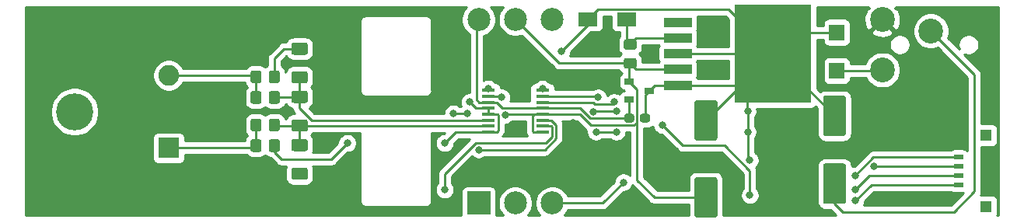
<source format=gbr>
%TF.GenerationSoftware,KiCad,Pcbnew,(5.1.12)-1*%
%TF.CreationDate,2023-03-06T23:23:30+01:00*%
%TF.ProjectId,DualPressure_V2,4475616c-5072-4657-9373-7572655f5632,rev?*%
%TF.SameCoordinates,Original*%
%TF.FileFunction,Copper,L1,Top*%
%TF.FilePolarity,Positive*%
%FSLAX46Y46*%
G04 Gerber Fmt 4.6, Leading zero omitted, Abs format (unit mm)*
G04 Created by KiCad (PCBNEW (5.1.12)-1) date 2023-03-06 23:23:30*
%MOMM*%
%LPD*%
G01*
G04 APERTURE LIST*
%TA.AperFunction,SMDPad,CuDef*%
%ADD10R,1.670000X1.820000*%
%TD*%
%TA.AperFunction,SMDPad,CuDef*%
%ADD11R,2.100000X1.500000*%
%TD*%
%TA.AperFunction,ComponentPad*%
%ADD12R,2.500000X2.500000*%
%TD*%
%TA.AperFunction,SMDPad,CuDef*%
%ADD13R,1.475000X0.450000*%
%TD*%
%TA.AperFunction,ComponentPad*%
%ADD14C,2.704000*%
%TD*%
%TA.AperFunction,SMDPad,CuDef*%
%ADD15R,1.000000X0.550000*%
%TD*%
%TA.AperFunction,SMDPad,CuDef*%
%ADD16R,1.300000X1.260000*%
%TD*%
%TA.AperFunction,ComponentPad*%
%ADD17C,2.500000*%
%TD*%
%TA.AperFunction,SMDPad,CuDef*%
%ADD18R,3.050000X1.016000*%
%TD*%
%TA.AperFunction,SMDPad,CuDef*%
%ADD19R,8.380000X10.660000*%
%TD*%
%TA.AperFunction,SMDPad,CuDef*%
%ADD20R,1.050000X0.650000*%
%TD*%
%TA.AperFunction,ComponentPad*%
%ADD21R,2.250000X2.250000*%
%TD*%
%TA.AperFunction,ComponentPad*%
%ADD22C,2.250000*%
%TD*%
%TA.AperFunction,ComponentPad*%
%ADD23C,4.050000*%
%TD*%
%TA.AperFunction,ViaPad*%
%ADD24C,0.800000*%
%TD*%
%TA.AperFunction,Conductor*%
%ADD25C,0.250000*%
%TD*%
%TA.AperFunction,Conductor*%
%ADD26C,0.254000*%
%TD*%
%TA.AperFunction,Conductor*%
%ADD27C,0.100000*%
%TD*%
G04 APERTURE END LIST*
%TO.P,C0,1*%
%TO.N,/POWER*%
%TA.AperFunction,SMDPad,CuDef*%
G36*
G01*
X252500000Y-97100000D02*
X250500000Y-97100000D01*
G75*
G02*
X250250000Y-96850000I0J250000D01*
G01*
X250250000Y-92950000D01*
G75*
G02*
X250500000Y-92700000I250000J0D01*
G01*
X252500000Y-92700000D01*
G75*
G02*
X252750000Y-92950000I0J-250000D01*
G01*
X252750000Y-96850000D01*
G75*
G02*
X252500000Y-97100000I-250000J0D01*
G01*
G37*
%TD.AperFunction*%
%TO.P,C0,2*%
%TO.N,GND*%
%TA.AperFunction,SMDPad,CuDef*%
G36*
G01*
X252500000Y-89700000D02*
X250500000Y-89700000D01*
G75*
G02*
X250250000Y-89450000I0J250000D01*
G01*
X250250000Y-85550000D01*
G75*
G02*
X250500000Y-85300000I250000J0D01*
G01*
X252500000Y-85300000D01*
G75*
G02*
X252750000Y-85550000I0J-250000D01*
G01*
X252750000Y-89450000D01*
G75*
G02*
X252500000Y-89700000I-250000J0D01*
G01*
G37*
%TD.AperFunction*%
%TD*%
%TO.P,C1,1*%
%TO.N,/5V*%
%TA.AperFunction,SMDPad,CuDef*%
G36*
G01*
X238500000Y-98600000D02*
X236500000Y-98600000D01*
G75*
G02*
X236250000Y-98350000I0J250000D01*
G01*
X236250000Y-94450000D01*
G75*
G02*
X236500000Y-94200000I250000J0D01*
G01*
X238500000Y-94200000D01*
G75*
G02*
X238750000Y-94450000I0J-250000D01*
G01*
X238750000Y-98350000D01*
G75*
G02*
X238500000Y-98600000I-250000J0D01*
G01*
G37*
%TD.AperFunction*%
%TO.P,C1,2*%
%TO.N,GND*%
%TA.AperFunction,SMDPad,CuDef*%
G36*
G01*
X238500000Y-90200000D02*
X236500000Y-90200000D01*
G75*
G02*
X236250000Y-89950000I0J250000D01*
G01*
X236250000Y-86050000D01*
G75*
G02*
X236500000Y-85800000I250000J0D01*
G01*
X238500000Y-85800000D01*
G75*
G02*
X238750000Y-86050000I0J-250000D01*
G01*
X238750000Y-89950000D01*
G75*
G02*
X238500000Y-90200000I-250000J0D01*
G01*
G37*
%TD.AperFunction*%
%TD*%
%TO.P,C2,1*%
%TO.N,/3.3V*%
%TA.AperFunction,SMDPad,CuDef*%
G36*
G01*
X228600000Y-87987500D02*
X228600000Y-87512500D01*
G75*
G02*
X228837500Y-87275000I237500J0D01*
G01*
X229437500Y-87275000D01*
G75*
G02*
X229675000Y-87512500I0J-237500D01*
G01*
X229675000Y-87987500D01*
G75*
G02*
X229437500Y-88225000I-237500J0D01*
G01*
X228837500Y-88225000D01*
G75*
G02*
X228600000Y-87987500I0J237500D01*
G01*
G37*
%TD.AperFunction*%
%TO.P,C2,2*%
%TO.N,GND*%
%TA.AperFunction,SMDPad,CuDef*%
G36*
G01*
X230325000Y-87987500D02*
X230325000Y-87512500D01*
G75*
G02*
X230562500Y-87275000I237500J0D01*
G01*
X231162500Y-87275000D01*
G75*
G02*
X231400000Y-87512500I0J-237500D01*
G01*
X231400000Y-87987500D01*
G75*
G02*
X231162500Y-88225000I-237500J0D01*
G01*
X230562500Y-88225000D01*
G75*
G02*
X230325000Y-87987500I0J237500D01*
G01*
G37*
%TD.AperFunction*%
%TD*%
%TO.P,C6,2*%
%TO.N,/AIN2*%
%TA.AperFunction,SMDPad,CuDef*%
G36*
G01*
X193900001Y-91350000D02*
X192599999Y-91350000D01*
G75*
G02*
X192350000Y-91100001I0J249999D01*
G01*
X192350000Y-90274999D01*
G75*
G02*
X192599999Y-90025000I249999J0D01*
G01*
X193900001Y-90025000D01*
G75*
G02*
X194150000Y-90274999I0J-249999D01*
G01*
X194150000Y-91100001D01*
G75*
G02*
X193900001Y-91350000I-249999J0D01*
G01*
G37*
%TD.AperFunction*%
%TO.P,C6,1*%
%TO.N,GND*%
%TA.AperFunction,SMDPad,CuDef*%
G36*
G01*
X193900001Y-94475000D02*
X192599999Y-94475000D01*
G75*
G02*
X192350000Y-94225001I0J249999D01*
G01*
X192350000Y-93399999D01*
G75*
G02*
X192599999Y-93150000I249999J0D01*
G01*
X193900001Y-93150000D01*
G75*
G02*
X194150000Y-93399999I0J-249999D01*
G01*
X194150000Y-94225001D01*
G75*
G02*
X193900001Y-94475000I-249999J0D01*
G01*
G37*
%TD.AperFunction*%
%TD*%
%TO.P,C7,1*%
%TO.N,/AIN3*%
%TA.AperFunction,SMDPad,CuDef*%
G36*
G01*
X193900001Y-83975000D02*
X192599999Y-83975000D01*
G75*
G02*
X192350000Y-83725001I0J249999D01*
G01*
X192350000Y-82899999D01*
G75*
G02*
X192599999Y-82650000I249999J0D01*
G01*
X193900001Y-82650000D01*
G75*
G02*
X194150000Y-82899999I0J-249999D01*
G01*
X194150000Y-83725001D01*
G75*
G02*
X193900001Y-83975000I-249999J0D01*
G01*
G37*
%TD.AperFunction*%
%TO.P,C7,2*%
%TO.N,GND*%
%TA.AperFunction,SMDPad,CuDef*%
G36*
G01*
X193900001Y-80850000D02*
X192599999Y-80850000D01*
G75*
G02*
X192350000Y-80600001I0J249999D01*
G01*
X192350000Y-79774999D01*
G75*
G02*
X192599999Y-79525000I249999J0D01*
G01*
X193900001Y-79525000D01*
G75*
G02*
X194150000Y-79774999I0J-249999D01*
G01*
X194150000Y-80600001D01*
G75*
G02*
X193900001Y-80850000I-249999J0D01*
G01*
G37*
%TD.AperFunction*%
%TD*%
%TO.P,C8,1*%
%TO.N,/AIN2*%
%TA.AperFunction,SMDPad,CuDef*%
G36*
G01*
X193900001Y-89225000D02*
X192599999Y-89225000D01*
G75*
G02*
X192350000Y-88975001I0J249999D01*
G01*
X192350000Y-88149999D01*
G75*
G02*
X192599999Y-87900000I249999J0D01*
G01*
X193900001Y-87900000D01*
G75*
G02*
X194150000Y-88149999I0J-249999D01*
G01*
X194150000Y-88975001D01*
G75*
G02*
X193900001Y-89225000I-249999J0D01*
G01*
G37*
%TD.AperFunction*%
%TO.P,C8,2*%
%TO.N,/AIN3*%
%TA.AperFunction,SMDPad,CuDef*%
G36*
G01*
X193900001Y-86100000D02*
X192599999Y-86100000D01*
G75*
G02*
X192350000Y-85850001I0J249999D01*
G01*
X192350000Y-85024999D01*
G75*
G02*
X192599999Y-84775000I249999J0D01*
G01*
X193900001Y-84775000D01*
G75*
G02*
X194150000Y-85024999I0J-249999D01*
G01*
X194150000Y-85850001D01*
G75*
G02*
X193900001Y-86100000I-249999J0D01*
G01*
G37*
%TD.AperFunction*%
%TD*%
D10*
%TO.P,D0,1*%
%TO.N,Net-(D0-Pad1)*%
X251750000Y-82600000D03*
%TO.P,D0,2*%
%TO.N,GND*%
X251750000Y-78400000D03*
%TD*%
D11*
%TO.P,D1,1*%
%TO.N,Net-(D1-Pad1)*%
X228850000Y-77000000D03*
%TO.P,D1,2*%
%TO.N,GND*%
X224650000Y-77000000D03*
%TD*%
D12*
%TO.P,GD0,1*%
%TO.N,GND*%
X212750000Y-97000000D03*
%TD*%
D13*
%TO.P,IC1,1*%
%TO.N,Net-(IC1-Pad1)*%
X213812000Y-84725000D03*
%TO.P,IC1,2*%
%TO.N,Net-(IC1-Pad2)*%
X213812000Y-85375000D03*
%TO.P,IC1,3*%
%TO.N,/3.3V*%
X213812000Y-86025000D03*
%TO.P,IC1,4*%
%TO.N,GND*%
X213812000Y-86675000D03*
%TO.P,IC1,5*%
X213812000Y-87325000D03*
%TO.P,IC1,6*%
%TO.N,/AIN3*%
X213812000Y-87975000D03*
%TO.P,IC1,7*%
%TO.N,/AIN2*%
X213812000Y-88625000D03*
%TO.P,IC1,8*%
%TO.N,GND*%
X213812000Y-89275000D03*
%TO.P,IC1,9*%
%TO.N,/5V*%
X219688000Y-89275000D03*
%TO.P,IC1,10*%
%TO.N,/AIN1*%
X219688000Y-88625000D03*
%TO.P,IC1,11*%
%TO.N,/AIN0*%
X219688000Y-87975000D03*
%TO.P,IC1,12*%
%TO.N,/5V*%
X219688000Y-87325000D03*
%TO.P,IC1,13*%
%TO.N,/3.3V*%
X219688000Y-86675000D03*
%TO.P,IC1,14*%
%TO.N,Net-(IC1-Pad14)*%
X219688000Y-86025000D03*
%TO.P,IC1,15*%
%TO.N,Net-(IC1-Pad15)*%
X219688000Y-85375000D03*
%TO.P,IC1,16*%
%TO.N,Net-(IC1-Pad16)*%
X219688000Y-84725000D03*
%TD*%
D14*
%TO.P,J0,1*%
%TO.N,/POWER*%
X262000000Y-78250000D03*
%TO.P,J0,2*%
%TO.N,Net-(D0-Pad1)*%
X256700000Y-82500000D03*
%TO.P,J0,3*%
%TO.N,/SHIELD*%
X256700000Y-77000000D03*
%TD*%
D15*
%TO.P,J1,1*%
%TO.N,Net-(IC0-Pad8)*%
X265000000Y-95000000D03*
%TO.P,J1,2*%
%TO.N,Net-(IC0-Pad7)*%
X265000000Y-94000000D03*
%TO.P,J1,3*%
%TO.N,Net-(IC0-Pad5)*%
X265000000Y-93000000D03*
%TO.P,J1,4*%
%TO.N,Net-(IC0-Pad6)*%
X265000000Y-92000000D03*
D16*
%TO.P,J1,5*%
%TO.N,N/C*%
X267990000Y-97375000D03*
%TO.P,J1,6*%
X267990000Y-89625000D03*
%TD*%
%TO.P,L0,1*%
%TO.N,/5V*%
%TA.AperFunction,SMDPad,CuDef*%
G36*
G01*
X229700001Y-82350000D02*
X228799999Y-82350000D01*
G75*
G02*
X228550000Y-82100001I0J249999D01*
G01*
X228550000Y-81449999D01*
G75*
G02*
X228799999Y-81200000I249999J0D01*
G01*
X229700001Y-81200000D01*
G75*
G02*
X229950000Y-81449999I0J-249999D01*
G01*
X229950000Y-82100001D01*
G75*
G02*
X229700001Y-82350000I-249999J0D01*
G01*
G37*
%TD.AperFunction*%
%TO.P,L0,2*%
%TO.N,Net-(D1-Pad1)*%
%TA.AperFunction,SMDPad,CuDef*%
G36*
G01*
X229700001Y-80300000D02*
X228799999Y-80300000D01*
G75*
G02*
X228550000Y-80050001I0J249999D01*
G01*
X228550000Y-79399999D01*
G75*
G02*
X228799999Y-79150000I249999J0D01*
G01*
X229700001Y-79150000D01*
G75*
G02*
X229950000Y-79399999I0J-249999D01*
G01*
X229950000Y-80050001D01*
G75*
G02*
X229700001Y-80300000I-249999J0D01*
G01*
G37*
%TD.AperFunction*%
%TD*%
D17*
%TO.P,P5,1*%
%TO.N,/5V*%
X216750000Y-77000000D03*
%TD*%
%TO.P,P33,1*%
%TO.N,/3.3V*%
X212750000Y-77000000D03*
%TD*%
%TO.P,PW0,1*%
%TO.N,/POWER*%
X220750000Y-77000000D03*
%TD*%
%TO.P,R6,2*%
%TO.N,Net-(R6-Pad2)*%
%TA.AperFunction,SMDPad,CuDef*%
G36*
G01*
X189100000Y-90299999D02*
X189100000Y-91200001D01*
G75*
G02*
X188850001Y-91450000I-249999J0D01*
G01*
X188149999Y-91450000D01*
G75*
G02*
X187900000Y-91200001I0J249999D01*
G01*
X187900000Y-90299999D01*
G75*
G02*
X188149999Y-90050000I249999J0D01*
G01*
X188850001Y-90050000D01*
G75*
G02*
X189100000Y-90299999I0J-249999D01*
G01*
G37*
%TD.AperFunction*%
%TO.P,R6,1*%
%TO.N,/5V*%
%TA.AperFunction,SMDPad,CuDef*%
G36*
G01*
X191100000Y-90299999D02*
X191100000Y-91200001D01*
G75*
G02*
X190850001Y-91450000I-249999J0D01*
G01*
X190149999Y-91450000D01*
G75*
G02*
X189900000Y-91200001I0J249999D01*
G01*
X189900000Y-90299999D01*
G75*
G02*
X190149999Y-90050000I249999J0D01*
G01*
X190850001Y-90050000D01*
G75*
G02*
X191100000Y-90299999I0J-249999D01*
G01*
G37*
%TD.AperFunction*%
%TD*%
%TO.P,R7,1*%
%TO.N,Net-(R7-Pad1)*%
%TA.AperFunction,SMDPad,CuDef*%
G36*
G01*
X187900000Y-83700001D02*
X187900000Y-82799999D01*
G75*
G02*
X188149999Y-82550000I249999J0D01*
G01*
X188850001Y-82550000D01*
G75*
G02*
X189100000Y-82799999I0J-249999D01*
G01*
X189100000Y-83700001D01*
G75*
G02*
X188850001Y-83950000I-249999J0D01*
G01*
X188149999Y-83950000D01*
G75*
G02*
X187900000Y-83700001I0J249999D01*
G01*
G37*
%TD.AperFunction*%
%TO.P,R7,2*%
%TO.N,GND*%
%TA.AperFunction,SMDPad,CuDef*%
G36*
G01*
X189900000Y-83700001D02*
X189900000Y-82799999D01*
G75*
G02*
X190149999Y-82550000I249999J0D01*
G01*
X190850001Y-82550000D01*
G75*
G02*
X191100000Y-82799999I0J-249999D01*
G01*
X191100000Y-83700001D01*
G75*
G02*
X190850001Y-83950000I-249999J0D01*
G01*
X190149999Y-83950000D01*
G75*
G02*
X189900000Y-83700001I0J249999D01*
G01*
G37*
%TD.AperFunction*%
%TD*%
%TO.P,R8,1*%
%TO.N,/AIN2*%
%TA.AperFunction,SMDPad,CuDef*%
G36*
G01*
X191100000Y-88049999D02*
X191100000Y-88950001D01*
G75*
G02*
X190850001Y-89200000I-249999J0D01*
G01*
X190149999Y-89200000D01*
G75*
G02*
X189900000Y-88950001I0J249999D01*
G01*
X189900000Y-88049999D01*
G75*
G02*
X190149999Y-87800000I249999J0D01*
G01*
X190850001Y-87800000D01*
G75*
G02*
X191100000Y-88049999I0J-249999D01*
G01*
G37*
%TD.AperFunction*%
%TO.P,R8,2*%
%TO.N,Net-(R6-Pad2)*%
%TA.AperFunction,SMDPad,CuDef*%
G36*
G01*
X189100000Y-88049999D02*
X189100000Y-88950001D01*
G75*
G02*
X188850001Y-89200000I-249999J0D01*
G01*
X188149999Y-89200000D01*
G75*
G02*
X187900000Y-88950001I0J249999D01*
G01*
X187900000Y-88049999D01*
G75*
G02*
X188149999Y-87800000I249999J0D01*
G01*
X188850001Y-87800000D01*
G75*
G02*
X189100000Y-88049999I0J-249999D01*
G01*
G37*
%TD.AperFunction*%
%TD*%
%TO.P,R9,2*%
%TO.N,Net-(R7-Pad1)*%
%TA.AperFunction,SMDPad,CuDef*%
G36*
G01*
X189100000Y-85049999D02*
X189100000Y-85950001D01*
G75*
G02*
X188850001Y-86200000I-249999J0D01*
G01*
X188149999Y-86200000D01*
G75*
G02*
X187900000Y-85950001I0J249999D01*
G01*
X187900000Y-85049999D01*
G75*
G02*
X188149999Y-84800000I249999J0D01*
G01*
X188850001Y-84800000D01*
G75*
G02*
X189100000Y-85049999I0J-249999D01*
G01*
G37*
%TD.AperFunction*%
%TO.P,R9,1*%
%TO.N,/AIN3*%
%TA.AperFunction,SMDPad,CuDef*%
G36*
G01*
X191100000Y-85049999D02*
X191100000Y-85950001D01*
G75*
G02*
X190850001Y-86200000I-249999J0D01*
G01*
X190149999Y-86200000D01*
G75*
G02*
X189900000Y-85950001I0J249999D01*
G01*
X189900000Y-85049999D01*
G75*
G02*
X190149999Y-84800000I249999J0D01*
G01*
X190850001Y-84800000D01*
G75*
G02*
X191100000Y-85049999I0J-249999D01*
G01*
G37*
%TD.AperFunction*%
%TD*%
D18*
%TO.P,REG0,1*%
%TO.N,/POWER*%
X234445000Y-77346000D03*
%TO.P,REG0,2*%
%TO.N,Net-(D1-Pad1)*%
X234445000Y-79048000D03*
%TO.P,REG0,3*%
%TO.N,GND*%
X234445000Y-80750000D03*
%TO.P,REG0,4*%
%TO.N,/5V*%
X234445000Y-82452000D03*
%TO.P,REG0,5*%
%TO.N,GND*%
X234445000Y-84154000D03*
D19*
%TO.P,REG0,6*%
X244750000Y-80750000D03*
%TD*%
D20*
%TO.P,REG1,1*%
%TO.N,/5V*%
X229150000Y-83790000D03*
%TO.P,REG1,2*%
%TO.N,/3.3V*%
X229150000Y-85710000D03*
%TO.P,REG1,3*%
%TO.N,GND*%
X231350000Y-84750000D03*
%TD*%
D17*
%TO.P,RX0,1*%
%TO.N,Net-(IC0-Pad2)*%
X216750000Y-97000000D03*
%TD*%
%TO.P,TX0,1*%
%TO.N,Net-(IC0-Pad3)*%
X220750000Y-97000000D03*
%TD*%
D21*
%TO.P,U0,1*%
%TO.N,Net-(R6-Pad2)*%
X179000000Y-91000000D03*
D22*
%TO.P,U0,2*%
%TO.N,Net-(R7-Pad1)*%
X179000000Y-83100000D03*
D23*
%TO.P,U0,MH1*%
%TO.N,Net-(U0-PadMH1)*%
X168750000Y-87050000D03*
%TD*%
D24*
%TO.N,/5V*%
X215626289Y-87400000D03*
X211500000Y-87250000D03*
X210000000Y-87250000D03*
X198450000Y-90460000D03*
%TO.N,GND*%
X193250000Y-93750000D03*
X193250000Y-80250000D03*
X242000000Y-84750000D03*
X242037500Y-87000000D03*
X242037500Y-89250000D03*
X242288000Y-92345000D03*
X221750000Y-80500000D03*
X209050000Y-90460000D03*
X211750000Y-86000000D03*
%TO.N,/AIN0*%
X212750000Y-91185000D03*
%TO.N,/AIN1*%
X209050000Y-95540000D03*
%TO.N,/POWER*%
X234445000Y-77346000D03*
%TO.N,/3.3V*%
X229150000Y-87737500D03*
X232750000Y-88500000D03*
X242288000Y-96155000D03*
%TO.N,Net-(IC0-Pad3)*%
X228512653Y-94737347D03*
%TO.N,Net-(IC0-Pad5)*%
X255762653Y-93012653D03*
%TO.N,Net-(IC0-Pad6)*%
X253750000Y-94000000D03*
%TO.N,Net-(IC0-Pad7)*%
X253750000Y-95500000D03*
%TO.N,Net-(IC0-Pad8)*%
X253750000Y-96750000D03*
%TO.N,Net-(IC1-Pad1)*%
X227750000Y-87000000D03*
X225200846Y-87049154D03*
X213812000Y-84549998D03*
%TO.N,Net-(IC1-Pad2)*%
X227750000Y-89250000D03*
X225525000Y-89250000D03*
X215250000Y-85500000D03*
%TO.N,Net-(IC1-Pad14)*%
X227500000Y-86000000D03*
%TO.N,Net-(IC1-Pad15)*%
X225750000Y-85500000D03*
%TO.N,Net-(IC1-Pad16)*%
X219688000Y-84549998D03*
%TO.N,/SHIELD*%
X259500000Y-77000000D03*
X254000000Y-77000000D03*
X228750000Y-91000000D03*
X216750000Y-82500000D03*
X223750000Y-80750000D03*
X216750000Y-93750000D03*
X203750000Y-86250000D03*
X254750000Y-89250000D03*
X254750000Y-87000000D03*
X223000000Y-88250000D03*
X229500000Y-97750000D03*
X238250000Y-82500000D03*
X238250000Y-77250000D03*
X231250000Y-80750000D03*
X216750000Y-89000000D03*
X261250000Y-96500000D03*
%TD*%
D25*
%TO.N,/5V*%
X229927000Y-82452000D02*
X229250000Y-81775000D01*
X234445000Y-82452000D02*
X229927000Y-82452000D01*
X229150000Y-81875000D02*
X229250000Y-81775000D01*
X229150000Y-83790000D02*
X229150000Y-81875000D01*
X218790498Y-87325000D02*
X219688000Y-87325000D01*
X218625499Y-87489999D02*
X218790498Y-87325000D01*
X218625499Y-89199999D02*
X218625499Y-87489999D01*
X218700500Y-89275000D02*
X218625499Y-89199999D01*
X219688000Y-89275000D02*
X218700500Y-89275000D01*
X230000000Y-84640000D02*
X229150000Y-83790000D01*
X229670500Y-88550010D02*
X230000000Y-88220510D01*
X228604500Y-88550010D02*
X229670500Y-88550010D01*
X228554490Y-88500000D02*
X228604500Y-88550010D01*
X224942280Y-88500000D02*
X228554490Y-88500000D01*
X223767280Y-87325000D02*
X224942280Y-88500000D01*
X219688000Y-87325000D02*
X223767280Y-87325000D01*
X230000000Y-87250000D02*
X230000000Y-84640000D01*
X230000000Y-88220510D02*
X230000000Y-87250000D01*
X237500000Y-96400000D02*
X231900000Y-96400000D01*
X230000000Y-94500000D02*
X230000000Y-88500000D01*
X231900000Y-96400000D02*
X230000000Y-94500000D01*
X230000000Y-88500000D02*
X230000000Y-87250000D01*
X221525000Y-81775000D02*
X216750000Y-77000000D01*
X229250000Y-81775000D02*
X221525000Y-81775000D01*
X215701289Y-87325000D02*
X215626289Y-87400000D01*
X219688000Y-87325000D02*
X215701289Y-87325000D01*
X211500000Y-87250000D02*
X210000000Y-87250000D01*
X190500000Y-91450000D02*
X191300000Y-92250000D01*
X190500000Y-90750000D02*
X190500000Y-91450000D01*
X196660000Y-92250000D02*
X198450000Y-90460000D01*
X191300000Y-92250000D02*
X196660000Y-92250000D01*
%TO.N,GND*%
X242000000Y-86962500D02*
X242037500Y-87000000D01*
X242000000Y-84750000D02*
X242000000Y-86962500D01*
X242037500Y-87000000D02*
X242037500Y-89250000D01*
X242037500Y-92094500D02*
X242288000Y-92345000D01*
X242037500Y-89250000D02*
X242037500Y-92094500D01*
X247100000Y-78400000D02*
X244750000Y-80750000D01*
X251750000Y-78400000D02*
X247100000Y-78400000D01*
X251500000Y-87500000D02*
X244750000Y-80750000D01*
X234445000Y-80750000D02*
X244750000Y-80750000D01*
X241346000Y-84154000D02*
X244750000Y-80750000D01*
X234445000Y-84154000D02*
X241346000Y-84154000D01*
X231946000Y-84154000D02*
X231350000Y-84750000D01*
X234445000Y-84154000D02*
X231946000Y-84154000D01*
X230862500Y-85237500D02*
X231350000Y-84750000D01*
X230862500Y-87750000D02*
X230862500Y-85237500D01*
X237500000Y-88000000D02*
X244750000Y-80750000D01*
X213812000Y-86675000D02*
X213812000Y-87325000D01*
X214709502Y-89275000D02*
X213812000Y-89275000D01*
X214874501Y-89110001D02*
X214709502Y-89275000D01*
X214799500Y-87325000D02*
X214874501Y-87400001D01*
X214874501Y-87400001D02*
X214874501Y-89110001D01*
X213812000Y-87325000D02*
X214799500Y-87325000D01*
X239924999Y-75924999D02*
X244750000Y-80750000D01*
X225725001Y-75924999D02*
X239924999Y-75924999D01*
X224650000Y-77000000D02*
X225725001Y-75924999D01*
X211635000Y-97000000D02*
X212750000Y-97000000D01*
X190500000Y-83250000D02*
X190500000Y-81250000D01*
X191562500Y-80187500D02*
X193250000Y-80187500D01*
X190500000Y-81250000D02*
X191562500Y-80187500D01*
X224650000Y-77600000D02*
X221750000Y-80500000D01*
X224650000Y-77000000D02*
X224650000Y-77600000D01*
X210235000Y-89275000D02*
X209050000Y-90460000D01*
X213812000Y-89275000D02*
X210235000Y-89275000D01*
X212425000Y-86675000D02*
X213812000Y-86675000D01*
X211750000Y-86000000D02*
X212425000Y-86675000D01*
%TO.N,/AIN0*%
X219961912Y-91185000D02*
X212750000Y-91185000D01*
X221200510Y-89946402D02*
X219961912Y-91185000D01*
X221200511Y-88500011D02*
X221200510Y-89946402D01*
X220675500Y-87975000D02*
X221200511Y-88500011D01*
X219688000Y-87975000D02*
X220675500Y-87975000D01*
%TO.N,/AIN1*%
X220750501Y-89760001D02*
X220050502Y-90460000D01*
X220750501Y-88700001D02*
X220750501Y-89760001D01*
X220675500Y-88625000D02*
X220750501Y-88700001D01*
X219688000Y-88625000D02*
X220675500Y-88625000D01*
X209050000Y-93811998D02*
X209050000Y-95540000D01*
X212401998Y-90460000D02*
X209050000Y-93811998D01*
X220050502Y-90460000D02*
X212401998Y-90460000D01*
%TO.N,/POWER*%
X251500000Y-97100000D02*
X251500000Y-94900000D01*
X252400000Y-98000000D02*
X251500000Y-97100000D01*
X266750000Y-95750000D02*
X264500000Y-98000000D01*
X266750000Y-83000000D02*
X266750000Y-95750000D01*
X264500000Y-98000000D02*
X252400000Y-98000000D01*
X262000000Y-78250000D02*
X266750000Y-83000000D01*
%TO.N,/3.3V*%
X229150000Y-87737500D02*
X229150000Y-87737500D01*
X229150000Y-85710000D02*
X229150000Y-87737500D01*
X215359502Y-86675000D02*
X219688000Y-86675000D01*
X214709502Y-86025000D02*
X215359502Y-86675000D01*
X213812000Y-86025000D02*
X214709502Y-86025000D01*
X229113345Y-87774155D02*
X229137500Y-87750000D01*
X224852845Y-87774155D02*
X229113345Y-87774155D01*
X223753690Y-86675000D02*
X224852845Y-87774155D01*
X219688000Y-86675000D02*
X223753690Y-86675000D01*
X229150000Y-87737500D02*
X229137500Y-87750000D01*
X242288000Y-96155000D02*
X242288000Y-93538000D01*
X239500000Y-90750000D02*
X235000000Y-90750000D01*
X242288000Y-93538000D02*
X239500000Y-90750000D01*
X232750000Y-88500000D02*
X235000000Y-90750000D01*
X212824500Y-86025000D02*
X212500000Y-85700500D01*
X213812000Y-86025000D02*
X212824500Y-86025000D01*
X212500000Y-77250000D02*
X212750000Y-77000000D01*
X212500000Y-85700500D02*
X212500000Y-77250000D01*
%TO.N,/AIN2*%
X193250000Y-88562500D02*
X193250000Y-90687500D01*
X190562500Y-88562500D02*
X190500000Y-88500000D01*
X193250000Y-88562500D02*
X190562500Y-88562500D01*
X193312500Y-88625000D02*
X193250000Y-88562500D01*
X213812000Y-88625000D02*
X193312500Y-88625000D01*
%TO.N,/AIN3*%
X193250000Y-85437500D02*
X193250000Y-83312500D01*
X190562500Y-85437500D02*
X190500000Y-85500000D01*
X193250000Y-85437500D02*
X190562500Y-85437500D01*
X193250000Y-86686810D02*
X193250000Y-85437500D01*
X194538190Y-87975000D02*
X193250000Y-86686810D01*
X213812000Y-87975000D02*
X194538190Y-87975000D01*
%TO.N,Net-(D0-Pad1)*%
X256600000Y-82600000D02*
X256700000Y-82500000D01*
X251750000Y-82600000D02*
X256600000Y-82600000D01*
%TO.N,Net-(D1-Pad1)*%
X229927000Y-79048000D02*
X229250000Y-79725000D01*
X234445000Y-79048000D02*
X229927000Y-79048000D01*
X228850000Y-79325000D02*
X229250000Y-79725000D01*
X228850000Y-77000000D02*
X228850000Y-79325000D01*
%TO.N,Net-(IC0-Pad3)*%
X226250000Y-97000000D02*
X220750000Y-97000000D01*
X228512653Y-94737347D02*
X226250000Y-97000000D01*
%TO.N,Net-(IC0-Pad5)*%
X255775306Y-93000000D02*
X255762653Y-93012653D01*
X265000000Y-93000000D02*
X255775306Y-93000000D01*
%TO.N,Net-(IC0-Pad6)*%
X255750000Y-92000000D02*
X253750000Y-94000000D01*
X265000000Y-92000000D02*
X255750000Y-92000000D01*
%TO.N,Net-(IC0-Pad7)*%
X255250000Y-94000000D02*
X253750000Y-95500000D01*
X265000000Y-94000000D02*
X255250000Y-94000000D01*
%TO.N,Net-(IC0-Pad8)*%
X255500000Y-95000000D02*
X253750000Y-96750000D01*
X265000000Y-95000000D02*
X255500000Y-95000000D01*
%TO.N,Net-(IC1-Pad1)*%
X225250000Y-87000000D02*
X225200846Y-87049154D01*
X227750000Y-87000000D02*
X225250000Y-87000000D01*
%TO.N,Net-(IC1-Pad2)*%
X227750000Y-89250000D02*
X225525000Y-89250000D01*
X215125000Y-85375000D02*
X213812000Y-85375000D01*
X215250000Y-85500000D02*
X215125000Y-85375000D01*
%TO.N,Net-(IC1-Pad14)*%
X227274999Y-86225001D02*
X227500000Y-86000000D01*
X225401999Y-86225001D02*
X227274999Y-86225001D01*
X225201998Y-86025000D02*
X225401999Y-86225001D01*
X219688000Y-86025000D02*
X225201998Y-86025000D01*
%TO.N,Net-(IC1-Pad15)*%
X225625000Y-85375000D02*
X219688000Y-85375000D01*
X225750000Y-85500000D02*
X225625000Y-85375000D01*
%TO.N,Net-(R6-Pad2)*%
X188500000Y-88500000D02*
X188500000Y-90750000D01*
X188250000Y-91000000D02*
X188500000Y-90750000D01*
X179000000Y-91000000D02*
X188250000Y-91000000D01*
%TO.N,Net-(R7-Pad1)*%
X188500000Y-85500000D02*
X188500000Y-83250000D01*
X188350000Y-83100000D02*
X188500000Y-83250000D01*
X179000000Y-83100000D02*
X188350000Y-83100000D01*
%TD*%
D26*
%TO.N,/SHIELD*%
X231336201Y-96911003D02*
X231359999Y-96940001D01*
X231475724Y-97034974D01*
X231607753Y-97105546D01*
X231751014Y-97149003D01*
X231862667Y-97160000D01*
X231862675Y-97160000D01*
X231900000Y-97163676D01*
X231937325Y-97160000D01*
X235611928Y-97160000D01*
X235611928Y-98340000D01*
X222075793Y-98340000D01*
X222214175Y-98201618D01*
X222420466Y-97892882D01*
X222475507Y-97760000D01*
X226212678Y-97760000D01*
X226250000Y-97763676D01*
X226287322Y-97760000D01*
X226287333Y-97760000D01*
X226398986Y-97749003D01*
X226542247Y-97705546D01*
X226674276Y-97634974D01*
X226790001Y-97540001D01*
X226813804Y-97510997D01*
X228552455Y-95772347D01*
X228614592Y-95772347D01*
X228814551Y-95732573D01*
X229002909Y-95654552D01*
X229172427Y-95541284D01*
X229316590Y-95397121D01*
X229429858Y-95227603D01*
X229495157Y-95069958D01*
X231336201Y-96911003D01*
%TA.AperFunction,Conductor*%
D27*
G36*
X231336201Y-96911003D02*
G01*
X231359999Y-96940001D01*
X231475724Y-97034974D01*
X231607753Y-97105546D01*
X231751014Y-97149003D01*
X231862667Y-97160000D01*
X231862675Y-97160000D01*
X231900000Y-97163676D01*
X231937325Y-97160000D01*
X235611928Y-97160000D01*
X235611928Y-98340000D01*
X222075793Y-98340000D01*
X222214175Y-98201618D01*
X222420466Y-97892882D01*
X222475507Y-97760000D01*
X226212678Y-97760000D01*
X226250000Y-97763676D01*
X226287322Y-97760000D01*
X226287333Y-97760000D01*
X226398986Y-97749003D01*
X226542247Y-97705546D01*
X226674276Y-97634974D01*
X226790001Y-97540001D01*
X226813804Y-97510997D01*
X228552455Y-95772347D01*
X228614592Y-95772347D01*
X228814551Y-95732573D01*
X229002909Y-95654552D01*
X229172427Y-95541284D01*
X229316590Y-95397121D01*
X229429858Y-95227603D01*
X229495157Y-95069958D01*
X231336201Y-96911003D01*
G37*
%TD.AperFunction*%
D26*
X211285825Y-75798382D02*
X211079534Y-76107118D01*
X210937439Y-76450166D01*
X210865000Y-76814344D01*
X210865000Y-77185656D01*
X210937439Y-77549834D01*
X211079534Y-77892882D01*
X211285825Y-78201618D01*
X211548382Y-78464175D01*
X211740001Y-78592211D01*
X211740000Y-84965000D01*
X211648061Y-84965000D01*
X211448102Y-85004774D01*
X211259744Y-85082795D01*
X211090226Y-85196063D01*
X210946063Y-85340226D01*
X210832795Y-85509744D01*
X210754774Y-85698102D01*
X210715000Y-85898061D01*
X210715000Y-86101939D01*
X210754774Y-86301898D01*
X210822028Y-86464261D01*
X210796289Y-86490000D01*
X210703711Y-86490000D01*
X210659774Y-86446063D01*
X210490256Y-86332795D01*
X210301898Y-86254774D01*
X210101939Y-86215000D01*
X209898061Y-86215000D01*
X209698102Y-86254774D01*
X209509744Y-86332795D01*
X209340226Y-86446063D01*
X209196063Y-86590226D01*
X209082795Y-86759744D01*
X209004774Y-86948102D01*
X208965000Y-87148061D01*
X208965000Y-87215000D01*
X194852992Y-87215000D01*
X194284564Y-86646572D01*
X194393387Y-86588405D01*
X194527962Y-86477962D01*
X194638405Y-86343387D01*
X194720472Y-86189851D01*
X194771008Y-86023255D01*
X194788072Y-85850001D01*
X194788072Y-85024999D01*
X194771008Y-84851745D01*
X194720472Y-84685149D01*
X194638405Y-84531613D01*
X194527962Y-84397038D01*
X194501109Y-84375000D01*
X194527962Y-84352962D01*
X194638405Y-84218387D01*
X194720472Y-84064851D01*
X194771008Y-83898255D01*
X194788072Y-83725001D01*
X194788072Y-82899999D01*
X194771008Y-82726745D01*
X194720472Y-82560149D01*
X194638405Y-82406613D01*
X194527962Y-82272038D01*
X194393387Y-82161595D01*
X194239851Y-82079528D01*
X194073255Y-82028992D01*
X193900001Y-82011928D01*
X192599999Y-82011928D01*
X192426745Y-82028992D01*
X192260149Y-82079528D01*
X192106613Y-82161595D01*
X191972038Y-82272038D01*
X191861595Y-82406613D01*
X191779528Y-82560149D01*
X191730400Y-82722103D01*
X191721008Y-82626745D01*
X191670472Y-82460149D01*
X191588405Y-82306613D01*
X191477962Y-82172038D01*
X191343387Y-82061595D01*
X191260000Y-82017024D01*
X191260000Y-81564801D01*
X191816250Y-81008552D01*
X191861595Y-81093387D01*
X191972038Y-81227962D01*
X192106613Y-81338405D01*
X192260149Y-81420472D01*
X192426745Y-81471008D01*
X192599999Y-81488072D01*
X193900001Y-81488072D01*
X194073255Y-81471008D01*
X194239851Y-81420472D01*
X194393387Y-81338405D01*
X194527962Y-81227962D01*
X194638405Y-81093387D01*
X194720472Y-80939851D01*
X194771008Y-80773255D01*
X194788072Y-80600001D01*
X194788072Y-79774999D01*
X194771008Y-79601745D01*
X194720472Y-79435149D01*
X194638405Y-79281613D01*
X194527962Y-79147038D01*
X194393387Y-79036595D01*
X194239851Y-78954528D01*
X194073255Y-78903992D01*
X193900001Y-78886928D01*
X192599999Y-78886928D01*
X192426745Y-78903992D01*
X192260149Y-78954528D01*
X192106613Y-79036595D01*
X191972038Y-79147038D01*
X191861595Y-79281613D01*
X191783616Y-79427500D01*
X191599823Y-79427500D01*
X191562500Y-79423824D01*
X191525177Y-79427500D01*
X191525167Y-79427500D01*
X191413514Y-79438497D01*
X191270253Y-79481954D01*
X191138223Y-79552526D01*
X191092286Y-79590226D01*
X191022499Y-79647499D01*
X190998701Y-79676497D01*
X189988998Y-80686201D01*
X189960000Y-80709999D01*
X189936202Y-80738997D01*
X189936201Y-80738998D01*
X189865026Y-80825724D01*
X189794454Y-80957754D01*
X189773754Y-81025997D01*
X189760572Y-81069454D01*
X189750998Y-81101015D01*
X189736324Y-81250000D01*
X189740001Y-81287332D01*
X189740001Y-82017023D01*
X189656613Y-82061595D01*
X189522038Y-82172038D01*
X189500000Y-82198891D01*
X189477962Y-82172038D01*
X189343387Y-82061595D01*
X189189851Y-81979528D01*
X189023255Y-81928992D01*
X188850001Y-81911928D01*
X188149999Y-81911928D01*
X187976745Y-81928992D01*
X187810149Y-81979528D01*
X187656613Y-82061595D01*
X187522038Y-82172038D01*
X187411595Y-82306613D01*
X187393749Y-82340000D01*
X180590208Y-82340000D01*
X180559692Y-82266327D01*
X180367081Y-81978065D01*
X180121935Y-81732919D01*
X179833673Y-81540308D01*
X179513373Y-81407636D01*
X179173345Y-81340000D01*
X178826655Y-81340000D01*
X178486627Y-81407636D01*
X178166327Y-81540308D01*
X177878065Y-81732919D01*
X177632919Y-81978065D01*
X177440308Y-82266327D01*
X177307636Y-82586627D01*
X177240000Y-82926655D01*
X177240000Y-83273345D01*
X177307636Y-83613373D01*
X177440308Y-83933673D01*
X177632919Y-84221935D01*
X177878065Y-84467081D01*
X178166327Y-84659692D01*
X178486627Y-84792364D01*
X178826655Y-84860000D01*
X179173345Y-84860000D01*
X179513373Y-84792364D01*
X179833673Y-84659692D01*
X180121935Y-84467081D01*
X180367081Y-84221935D01*
X180559692Y-83933673D01*
X180590208Y-83860000D01*
X187277686Y-83860000D01*
X187278992Y-83873255D01*
X187329528Y-84039851D01*
X187411595Y-84193387D01*
X187522038Y-84327962D01*
X187579354Y-84375000D01*
X187522038Y-84422038D01*
X187411595Y-84556613D01*
X187329528Y-84710149D01*
X187278992Y-84876745D01*
X187261928Y-85049999D01*
X187261928Y-85950001D01*
X187278992Y-86123255D01*
X187329528Y-86289851D01*
X187411595Y-86443387D01*
X187522038Y-86577962D01*
X187656613Y-86688405D01*
X187810149Y-86770472D01*
X187976745Y-86821008D01*
X188149999Y-86838072D01*
X188850001Y-86838072D01*
X189023255Y-86821008D01*
X189189851Y-86770472D01*
X189343387Y-86688405D01*
X189477962Y-86577962D01*
X189500000Y-86551109D01*
X189522038Y-86577962D01*
X189656613Y-86688405D01*
X189810149Y-86770472D01*
X189976745Y-86821008D01*
X190149999Y-86838072D01*
X190850001Y-86838072D01*
X191023255Y-86821008D01*
X191189851Y-86770472D01*
X191343387Y-86688405D01*
X191477962Y-86577962D01*
X191588405Y-86443387D01*
X191670472Y-86289851D01*
X191698486Y-86197500D01*
X191783616Y-86197500D01*
X191861595Y-86343387D01*
X191972038Y-86477962D01*
X192106613Y-86588405D01*
X192260149Y-86670472D01*
X192426745Y-86721008D01*
X192490308Y-86727268D01*
X192500997Y-86835795D01*
X192535640Y-86949998D01*
X192544454Y-86979056D01*
X192615026Y-87111086D01*
X192642186Y-87144180D01*
X192709999Y-87226811D01*
X192739003Y-87250614D01*
X192750317Y-87261928D01*
X192599999Y-87261928D01*
X192426745Y-87278992D01*
X192260149Y-87329528D01*
X192106613Y-87411595D01*
X191972038Y-87522038D01*
X191861595Y-87656613D01*
X191783616Y-87802500D01*
X191698486Y-87802500D01*
X191670472Y-87710149D01*
X191588405Y-87556613D01*
X191477962Y-87422038D01*
X191343387Y-87311595D01*
X191189851Y-87229528D01*
X191023255Y-87178992D01*
X190850001Y-87161928D01*
X190149999Y-87161928D01*
X189976745Y-87178992D01*
X189810149Y-87229528D01*
X189656613Y-87311595D01*
X189522038Y-87422038D01*
X189500000Y-87448891D01*
X189477962Y-87422038D01*
X189343387Y-87311595D01*
X189189851Y-87229528D01*
X189023255Y-87178992D01*
X188850001Y-87161928D01*
X188149999Y-87161928D01*
X187976745Y-87178992D01*
X187810149Y-87229528D01*
X187656613Y-87311595D01*
X187522038Y-87422038D01*
X187411595Y-87556613D01*
X187329528Y-87710149D01*
X187278992Y-87876745D01*
X187261928Y-88049999D01*
X187261928Y-88950001D01*
X187278992Y-89123255D01*
X187329528Y-89289851D01*
X187411595Y-89443387D01*
X187522038Y-89577962D01*
X187579354Y-89625000D01*
X187522038Y-89672038D01*
X187411595Y-89806613D01*
X187329528Y-89960149D01*
X187278992Y-90126745D01*
X187267837Y-90240000D01*
X180763072Y-90240000D01*
X180763072Y-89875000D01*
X180750812Y-89750518D01*
X180714502Y-89630820D01*
X180655537Y-89520506D01*
X180576185Y-89423815D01*
X180479494Y-89344463D01*
X180369180Y-89285498D01*
X180249482Y-89249188D01*
X180125000Y-89236928D01*
X177875000Y-89236928D01*
X177750518Y-89249188D01*
X177630820Y-89285498D01*
X177520506Y-89344463D01*
X177423815Y-89423815D01*
X177344463Y-89520506D01*
X177285498Y-89630820D01*
X177249188Y-89750518D01*
X177236928Y-89875000D01*
X177236928Y-92125000D01*
X177249188Y-92249482D01*
X177285498Y-92369180D01*
X177344463Y-92479494D01*
X177423815Y-92576185D01*
X177520506Y-92655537D01*
X177630820Y-92714502D01*
X177750518Y-92750812D01*
X177875000Y-92763072D01*
X180125000Y-92763072D01*
X180249482Y-92750812D01*
X180369180Y-92714502D01*
X180479494Y-92655537D01*
X180576185Y-92576185D01*
X180655537Y-92479494D01*
X180714502Y-92369180D01*
X180750812Y-92249482D01*
X180763072Y-92125000D01*
X180763072Y-91760000D01*
X187466263Y-91760000D01*
X187522038Y-91827962D01*
X187656613Y-91938405D01*
X187810149Y-92020472D01*
X187976745Y-92071008D01*
X188149999Y-92088072D01*
X188850001Y-92088072D01*
X189023255Y-92071008D01*
X189189851Y-92020472D01*
X189343387Y-91938405D01*
X189477962Y-91827962D01*
X189500000Y-91801109D01*
X189522038Y-91827962D01*
X189656613Y-91938405D01*
X189810149Y-92020472D01*
X189976745Y-92071008D01*
X190053796Y-92078597D01*
X190736201Y-92761002D01*
X190759999Y-92790001D01*
X190875724Y-92884974D01*
X191007753Y-92955546D01*
X191151014Y-92999003D01*
X191262667Y-93010000D01*
X191262677Y-93010000D01*
X191300000Y-93013676D01*
X191337323Y-93010000D01*
X191806333Y-93010000D01*
X191779528Y-93060149D01*
X191728992Y-93226745D01*
X191711928Y-93399999D01*
X191711928Y-94225001D01*
X191728992Y-94398255D01*
X191779528Y-94564851D01*
X191861595Y-94718387D01*
X191972038Y-94852962D01*
X192106613Y-94963405D01*
X192260149Y-95045472D01*
X192426745Y-95096008D01*
X192599999Y-95113072D01*
X193900001Y-95113072D01*
X194073255Y-95096008D01*
X194239851Y-95045472D01*
X194393387Y-94963405D01*
X194527962Y-94852962D01*
X194638405Y-94718387D01*
X194720472Y-94564851D01*
X194771008Y-94398255D01*
X194788072Y-94225001D01*
X194788072Y-93399999D01*
X194771008Y-93226745D01*
X194720472Y-93060149D01*
X194693667Y-93010000D01*
X196622678Y-93010000D01*
X196660000Y-93013676D01*
X196697322Y-93010000D01*
X196697333Y-93010000D01*
X196808986Y-92999003D01*
X196952247Y-92955546D01*
X197084276Y-92884974D01*
X197200001Y-92790001D01*
X197223804Y-92760997D01*
X198489802Y-91495000D01*
X198551939Y-91495000D01*
X198751898Y-91455226D01*
X198940256Y-91377205D01*
X199109774Y-91263937D01*
X199253937Y-91119774D01*
X199367205Y-90950256D01*
X199445226Y-90761898D01*
X199485000Y-90561939D01*
X199485000Y-90358061D01*
X199445226Y-90158102D01*
X199367205Y-89969744D01*
X199253937Y-89800226D01*
X199109774Y-89656063D01*
X198940256Y-89542795D01*
X198751898Y-89464774D01*
X198551939Y-89425000D01*
X198348061Y-89425000D01*
X198148102Y-89464774D01*
X197959744Y-89542795D01*
X197790226Y-89656063D01*
X197646063Y-89800226D01*
X197532795Y-89969744D01*
X197454774Y-90158102D01*
X197415000Y-90358061D01*
X197415000Y-90420198D01*
X196345199Y-91490000D01*
X194693667Y-91490000D01*
X194720472Y-91439851D01*
X194771008Y-91273255D01*
X194788072Y-91100001D01*
X194788072Y-90274999D01*
X194771008Y-90101745D01*
X194720472Y-89935149D01*
X194638405Y-89781613D01*
X194527962Y-89647038D01*
X194501109Y-89625000D01*
X194527962Y-89602962D01*
X194638405Y-89468387D01*
X194682976Y-89385000D01*
X199840001Y-89385000D01*
X199840000Y-96717581D01*
X199836807Y-96750000D01*
X199849550Y-96879383D01*
X199887290Y-97003793D01*
X199948575Y-97118450D01*
X200003730Y-97185656D01*
X200031052Y-97218948D01*
X200131550Y-97301425D01*
X200246207Y-97362710D01*
X200370617Y-97400450D01*
X200500000Y-97413193D01*
X200532419Y-97410000D01*
X206967581Y-97410000D01*
X207000000Y-97413193D01*
X207032419Y-97410000D01*
X207129383Y-97400450D01*
X207253793Y-97362710D01*
X207368450Y-97301425D01*
X207468948Y-97218948D01*
X207551425Y-97118450D01*
X207612710Y-97003793D01*
X207650450Y-96879383D01*
X207663193Y-96750000D01*
X207660000Y-96717581D01*
X207660000Y-89385000D01*
X209050199Y-89385000D01*
X209010199Y-89425000D01*
X208948061Y-89425000D01*
X208748102Y-89464774D01*
X208559744Y-89542795D01*
X208390226Y-89656063D01*
X208246063Y-89800226D01*
X208132795Y-89969744D01*
X208054774Y-90158102D01*
X208015000Y-90358061D01*
X208015000Y-90561939D01*
X208054774Y-90761898D01*
X208132795Y-90950256D01*
X208246063Y-91119774D01*
X208390226Y-91263937D01*
X208559744Y-91377205D01*
X208748102Y-91455226D01*
X208948061Y-91495000D01*
X209151939Y-91495000D01*
X209351898Y-91455226D01*
X209540256Y-91377205D01*
X209709774Y-91263937D01*
X209853937Y-91119774D01*
X209967205Y-90950256D01*
X210045226Y-90761898D01*
X210085000Y-90561939D01*
X210085000Y-90499801D01*
X210549802Y-90035000D01*
X211752196Y-90035000D01*
X208539003Y-93248194D01*
X208509999Y-93271997D01*
X208454871Y-93339172D01*
X208415026Y-93387722D01*
X208354655Y-93500667D01*
X208344454Y-93519752D01*
X208300997Y-93663013D01*
X208290000Y-93774666D01*
X208290000Y-93774676D01*
X208286324Y-93811998D01*
X208290000Y-93849321D01*
X208290001Y-94836288D01*
X208246063Y-94880226D01*
X208132795Y-95049744D01*
X208054774Y-95238102D01*
X208015000Y-95438061D01*
X208015000Y-95641939D01*
X208054774Y-95841898D01*
X208132795Y-96030256D01*
X208246063Y-96199774D01*
X208390226Y-96343937D01*
X208559744Y-96457205D01*
X208748102Y-96535226D01*
X208948061Y-96575000D01*
X209151939Y-96575000D01*
X209351898Y-96535226D01*
X209540256Y-96457205D01*
X209709774Y-96343937D01*
X209853937Y-96199774D01*
X209967205Y-96030256D01*
X210045226Y-95841898D01*
X210085000Y-95641939D01*
X210085000Y-95438061D01*
X210045226Y-95238102D01*
X209967205Y-95049744D01*
X209853937Y-94880226D01*
X209810000Y-94836289D01*
X209810000Y-94126799D01*
X212019044Y-91917755D01*
X212090226Y-91988937D01*
X212259744Y-92102205D01*
X212448102Y-92180226D01*
X212648061Y-92220000D01*
X212851939Y-92220000D01*
X213051898Y-92180226D01*
X213240256Y-92102205D01*
X213409774Y-91988937D01*
X213453711Y-91945000D01*
X219924590Y-91945000D01*
X219961912Y-91948676D01*
X219999234Y-91945000D01*
X219999245Y-91945000D01*
X220110898Y-91934003D01*
X220254159Y-91890546D01*
X220386188Y-91819974D01*
X220501913Y-91725001D01*
X220525716Y-91695997D01*
X221711517Y-90510197D01*
X221740510Y-90486403D01*
X221764304Y-90457410D01*
X221764309Y-90457405D01*
X221835484Y-90370679D01*
X221906056Y-90238649D01*
X221949512Y-90095389D01*
X221964186Y-89946403D01*
X221960509Y-89909071D01*
X221960511Y-88537332D01*
X221964187Y-88500011D01*
X221960511Y-88462686D01*
X221960511Y-88462679D01*
X221949514Y-88351026D01*
X221949511Y-88351015D01*
X221906057Y-88207764D01*
X221840437Y-88085000D01*
X223452479Y-88085000D01*
X224378480Y-89011002D01*
X224402279Y-89040001D01*
X224431277Y-89063799D01*
X224496168Y-89117054D01*
X224490000Y-89148061D01*
X224490000Y-89351939D01*
X224529774Y-89551898D01*
X224607795Y-89740256D01*
X224721063Y-89909774D01*
X224865226Y-90053937D01*
X225034744Y-90167205D01*
X225223102Y-90245226D01*
X225423061Y-90285000D01*
X225626939Y-90285000D01*
X225826898Y-90245226D01*
X226015256Y-90167205D01*
X226184774Y-90053937D01*
X226228711Y-90010000D01*
X227046289Y-90010000D01*
X227090226Y-90053937D01*
X227259744Y-90167205D01*
X227448102Y-90245226D01*
X227648061Y-90285000D01*
X227851939Y-90285000D01*
X228051898Y-90245226D01*
X228240256Y-90167205D01*
X228409774Y-90053937D01*
X228553937Y-89909774D01*
X228667205Y-89740256D01*
X228745226Y-89551898D01*
X228785000Y-89351939D01*
X228785000Y-89310010D01*
X229240001Y-89310010D01*
X229240000Y-94000983D01*
X229172427Y-93933410D01*
X229002909Y-93820142D01*
X228814551Y-93742121D01*
X228614592Y-93702347D01*
X228410714Y-93702347D01*
X228210755Y-93742121D01*
X228022397Y-93820142D01*
X227852879Y-93933410D01*
X227708716Y-94077573D01*
X227595448Y-94247091D01*
X227517427Y-94435449D01*
X227477653Y-94635408D01*
X227477653Y-94697545D01*
X225935199Y-96240000D01*
X222475507Y-96240000D01*
X222420466Y-96107118D01*
X222214175Y-95798382D01*
X221951618Y-95535825D01*
X221642882Y-95329534D01*
X221299834Y-95187439D01*
X220935656Y-95115000D01*
X220564344Y-95115000D01*
X220200166Y-95187439D01*
X219857118Y-95329534D01*
X219548382Y-95535825D01*
X219285825Y-95798382D01*
X219079534Y-96107118D01*
X218937439Y-96450166D01*
X218865000Y-96814344D01*
X218865000Y-97185656D01*
X218937439Y-97549834D01*
X219079534Y-97892882D01*
X219285825Y-98201618D01*
X219424207Y-98340000D01*
X218075793Y-98340000D01*
X218214175Y-98201618D01*
X218420466Y-97892882D01*
X218562561Y-97549834D01*
X218635000Y-97185656D01*
X218635000Y-96814344D01*
X218562561Y-96450166D01*
X218420466Y-96107118D01*
X218214175Y-95798382D01*
X217951618Y-95535825D01*
X217642882Y-95329534D01*
X217299834Y-95187439D01*
X216935656Y-95115000D01*
X216564344Y-95115000D01*
X216200166Y-95187439D01*
X215857118Y-95329534D01*
X215548382Y-95535825D01*
X215285825Y-95798382D01*
X215079534Y-96107118D01*
X214937439Y-96450166D01*
X214865000Y-96814344D01*
X214865000Y-97185656D01*
X214937439Y-97549834D01*
X215079534Y-97892882D01*
X215285825Y-98201618D01*
X215424207Y-98340000D01*
X214629208Y-98340000D01*
X214638072Y-98250000D01*
X214638072Y-95750000D01*
X214625812Y-95625518D01*
X214589502Y-95505820D01*
X214530537Y-95395506D01*
X214451185Y-95298815D01*
X214354494Y-95219463D01*
X214244180Y-95160498D01*
X214124482Y-95124188D01*
X214000000Y-95111928D01*
X211500000Y-95111928D01*
X211375518Y-95124188D01*
X211255820Y-95160498D01*
X211145506Y-95219463D01*
X211048815Y-95298815D01*
X210969463Y-95395506D01*
X210910498Y-95505820D01*
X210874188Y-95625518D01*
X210861928Y-95750000D01*
X210861928Y-98250000D01*
X210870792Y-98340000D01*
X163410000Y-98340000D01*
X163410000Y-86788013D01*
X166090000Y-86788013D01*
X166090000Y-87311987D01*
X166192222Y-87825893D01*
X166392738Y-88309983D01*
X166683843Y-88745651D01*
X167054349Y-89116157D01*
X167490017Y-89407262D01*
X167974107Y-89607778D01*
X168488013Y-89710000D01*
X169011987Y-89710000D01*
X169525893Y-89607778D01*
X170009983Y-89407262D01*
X170445651Y-89116157D01*
X170816157Y-88745651D01*
X171107262Y-88309983D01*
X171307778Y-87825893D01*
X171410000Y-87311987D01*
X171410000Y-86788013D01*
X171307778Y-86274107D01*
X171107262Y-85790017D01*
X170816157Y-85354349D01*
X170445651Y-84983843D01*
X170009983Y-84692738D01*
X169525893Y-84492222D01*
X169011987Y-84390000D01*
X168488013Y-84390000D01*
X167974107Y-84492222D01*
X167490017Y-84692738D01*
X167054349Y-84983843D01*
X166683843Y-85354349D01*
X166392738Y-85790017D01*
X166192222Y-86274107D01*
X166090000Y-86788013D01*
X163410000Y-86788013D01*
X163410000Y-77250000D01*
X199836807Y-77250000D01*
X199840001Y-77282429D01*
X199840000Y-84717581D01*
X199836807Y-84750000D01*
X199849550Y-84879383D01*
X199887290Y-85003793D01*
X199948575Y-85118450D01*
X200021865Y-85207754D01*
X200031052Y-85218948D01*
X200131550Y-85301425D01*
X200246207Y-85362710D01*
X200370617Y-85400450D01*
X200500000Y-85413193D01*
X200532419Y-85410000D01*
X206967581Y-85410000D01*
X207000000Y-85413193D01*
X207032419Y-85410000D01*
X207129383Y-85400450D01*
X207253793Y-85362710D01*
X207368450Y-85301425D01*
X207468948Y-85218948D01*
X207551425Y-85118450D01*
X207612710Y-85003793D01*
X207650450Y-84879383D01*
X207663193Y-84750000D01*
X207660000Y-84717581D01*
X207660000Y-77282419D01*
X207663193Y-77250000D01*
X207650450Y-77120617D01*
X207612710Y-76996207D01*
X207551425Y-76881550D01*
X207468948Y-76781052D01*
X207368450Y-76698575D01*
X207253793Y-76637290D01*
X207129383Y-76599550D01*
X207032419Y-76590000D01*
X207000000Y-76586807D01*
X206967581Y-76590000D01*
X200532419Y-76590000D01*
X200500000Y-76586807D01*
X200467581Y-76590000D01*
X200370617Y-76599550D01*
X200246207Y-76637290D01*
X200131550Y-76698575D01*
X200031052Y-76781052D01*
X199948575Y-76881550D01*
X199887290Y-76996207D01*
X199849550Y-77120617D01*
X199836807Y-77250000D01*
X163410000Y-77250000D01*
X163410000Y-75660000D01*
X211424207Y-75660000D01*
X211285825Y-75798382D01*
%TA.AperFunction,Conductor*%
D27*
G36*
X211285825Y-75798382D02*
G01*
X211079534Y-76107118D01*
X210937439Y-76450166D01*
X210865000Y-76814344D01*
X210865000Y-77185656D01*
X210937439Y-77549834D01*
X211079534Y-77892882D01*
X211285825Y-78201618D01*
X211548382Y-78464175D01*
X211740001Y-78592211D01*
X211740000Y-84965000D01*
X211648061Y-84965000D01*
X211448102Y-85004774D01*
X211259744Y-85082795D01*
X211090226Y-85196063D01*
X210946063Y-85340226D01*
X210832795Y-85509744D01*
X210754774Y-85698102D01*
X210715000Y-85898061D01*
X210715000Y-86101939D01*
X210754774Y-86301898D01*
X210822028Y-86464261D01*
X210796289Y-86490000D01*
X210703711Y-86490000D01*
X210659774Y-86446063D01*
X210490256Y-86332795D01*
X210301898Y-86254774D01*
X210101939Y-86215000D01*
X209898061Y-86215000D01*
X209698102Y-86254774D01*
X209509744Y-86332795D01*
X209340226Y-86446063D01*
X209196063Y-86590226D01*
X209082795Y-86759744D01*
X209004774Y-86948102D01*
X208965000Y-87148061D01*
X208965000Y-87215000D01*
X194852992Y-87215000D01*
X194284564Y-86646572D01*
X194393387Y-86588405D01*
X194527962Y-86477962D01*
X194638405Y-86343387D01*
X194720472Y-86189851D01*
X194771008Y-86023255D01*
X194788072Y-85850001D01*
X194788072Y-85024999D01*
X194771008Y-84851745D01*
X194720472Y-84685149D01*
X194638405Y-84531613D01*
X194527962Y-84397038D01*
X194501109Y-84375000D01*
X194527962Y-84352962D01*
X194638405Y-84218387D01*
X194720472Y-84064851D01*
X194771008Y-83898255D01*
X194788072Y-83725001D01*
X194788072Y-82899999D01*
X194771008Y-82726745D01*
X194720472Y-82560149D01*
X194638405Y-82406613D01*
X194527962Y-82272038D01*
X194393387Y-82161595D01*
X194239851Y-82079528D01*
X194073255Y-82028992D01*
X193900001Y-82011928D01*
X192599999Y-82011928D01*
X192426745Y-82028992D01*
X192260149Y-82079528D01*
X192106613Y-82161595D01*
X191972038Y-82272038D01*
X191861595Y-82406613D01*
X191779528Y-82560149D01*
X191730400Y-82722103D01*
X191721008Y-82626745D01*
X191670472Y-82460149D01*
X191588405Y-82306613D01*
X191477962Y-82172038D01*
X191343387Y-82061595D01*
X191260000Y-82017024D01*
X191260000Y-81564801D01*
X191816250Y-81008552D01*
X191861595Y-81093387D01*
X191972038Y-81227962D01*
X192106613Y-81338405D01*
X192260149Y-81420472D01*
X192426745Y-81471008D01*
X192599999Y-81488072D01*
X193900001Y-81488072D01*
X194073255Y-81471008D01*
X194239851Y-81420472D01*
X194393387Y-81338405D01*
X194527962Y-81227962D01*
X194638405Y-81093387D01*
X194720472Y-80939851D01*
X194771008Y-80773255D01*
X194788072Y-80600001D01*
X194788072Y-79774999D01*
X194771008Y-79601745D01*
X194720472Y-79435149D01*
X194638405Y-79281613D01*
X194527962Y-79147038D01*
X194393387Y-79036595D01*
X194239851Y-78954528D01*
X194073255Y-78903992D01*
X193900001Y-78886928D01*
X192599999Y-78886928D01*
X192426745Y-78903992D01*
X192260149Y-78954528D01*
X192106613Y-79036595D01*
X191972038Y-79147038D01*
X191861595Y-79281613D01*
X191783616Y-79427500D01*
X191599823Y-79427500D01*
X191562500Y-79423824D01*
X191525177Y-79427500D01*
X191525167Y-79427500D01*
X191413514Y-79438497D01*
X191270253Y-79481954D01*
X191138223Y-79552526D01*
X191092286Y-79590226D01*
X191022499Y-79647499D01*
X190998701Y-79676497D01*
X189988998Y-80686201D01*
X189960000Y-80709999D01*
X189936202Y-80738997D01*
X189936201Y-80738998D01*
X189865026Y-80825724D01*
X189794454Y-80957754D01*
X189773754Y-81025997D01*
X189760572Y-81069454D01*
X189750998Y-81101015D01*
X189736324Y-81250000D01*
X189740001Y-81287332D01*
X189740001Y-82017023D01*
X189656613Y-82061595D01*
X189522038Y-82172038D01*
X189500000Y-82198891D01*
X189477962Y-82172038D01*
X189343387Y-82061595D01*
X189189851Y-81979528D01*
X189023255Y-81928992D01*
X188850001Y-81911928D01*
X188149999Y-81911928D01*
X187976745Y-81928992D01*
X187810149Y-81979528D01*
X187656613Y-82061595D01*
X187522038Y-82172038D01*
X187411595Y-82306613D01*
X187393749Y-82340000D01*
X180590208Y-82340000D01*
X180559692Y-82266327D01*
X180367081Y-81978065D01*
X180121935Y-81732919D01*
X179833673Y-81540308D01*
X179513373Y-81407636D01*
X179173345Y-81340000D01*
X178826655Y-81340000D01*
X178486627Y-81407636D01*
X178166327Y-81540308D01*
X177878065Y-81732919D01*
X177632919Y-81978065D01*
X177440308Y-82266327D01*
X177307636Y-82586627D01*
X177240000Y-82926655D01*
X177240000Y-83273345D01*
X177307636Y-83613373D01*
X177440308Y-83933673D01*
X177632919Y-84221935D01*
X177878065Y-84467081D01*
X178166327Y-84659692D01*
X178486627Y-84792364D01*
X178826655Y-84860000D01*
X179173345Y-84860000D01*
X179513373Y-84792364D01*
X179833673Y-84659692D01*
X180121935Y-84467081D01*
X180367081Y-84221935D01*
X180559692Y-83933673D01*
X180590208Y-83860000D01*
X187277686Y-83860000D01*
X187278992Y-83873255D01*
X187329528Y-84039851D01*
X187411595Y-84193387D01*
X187522038Y-84327962D01*
X187579354Y-84375000D01*
X187522038Y-84422038D01*
X187411595Y-84556613D01*
X187329528Y-84710149D01*
X187278992Y-84876745D01*
X187261928Y-85049999D01*
X187261928Y-85950001D01*
X187278992Y-86123255D01*
X187329528Y-86289851D01*
X187411595Y-86443387D01*
X187522038Y-86577962D01*
X187656613Y-86688405D01*
X187810149Y-86770472D01*
X187976745Y-86821008D01*
X188149999Y-86838072D01*
X188850001Y-86838072D01*
X189023255Y-86821008D01*
X189189851Y-86770472D01*
X189343387Y-86688405D01*
X189477962Y-86577962D01*
X189500000Y-86551109D01*
X189522038Y-86577962D01*
X189656613Y-86688405D01*
X189810149Y-86770472D01*
X189976745Y-86821008D01*
X190149999Y-86838072D01*
X190850001Y-86838072D01*
X191023255Y-86821008D01*
X191189851Y-86770472D01*
X191343387Y-86688405D01*
X191477962Y-86577962D01*
X191588405Y-86443387D01*
X191670472Y-86289851D01*
X191698486Y-86197500D01*
X191783616Y-86197500D01*
X191861595Y-86343387D01*
X191972038Y-86477962D01*
X192106613Y-86588405D01*
X192260149Y-86670472D01*
X192426745Y-86721008D01*
X192490308Y-86727268D01*
X192500997Y-86835795D01*
X192535640Y-86949998D01*
X192544454Y-86979056D01*
X192615026Y-87111086D01*
X192642186Y-87144180D01*
X192709999Y-87226811D01*
X192739003Y-87250614D01*
X192750317Y-87261928D01*
X192599999Y-87261928D01*
X192426745Y-87278992D01*
X192260149Y-87329528D01*
X192106613Y-87411595D01*
X191972038Y-87522038D01*
X191861595Y-87656613D01*
X191783616Y-87802500D01*
X191698486Y-87802500D01*
X191670472Y-87710149D01*
X191588405Y-87556613D01*
X191477962Y-87422038D01*
X191343387Y-87311595D01*
X191189851Y-87229528D01*
X191023255Y-87178992D01*
X190850001Y-87161928D01*
X190149999Y-87161928D01*
X189976745Y-87178992D01*
X189810149Y-87229528D01*
X189656613Y-87311595D01*
X189522038Y-87422038D01*
X189500000Y-87448891D01*
X189477962Y-87422038D01*
X189343387Y-87311595D01*
X189189851Y-87229528D01*
X189023255Y-87178992D01*
X188850001Y-87161928D01*
X188149999Y-87161928D01*
X187976745Y-87178992D01*
X187810149Y-87229528D01*
X187656613Y-87311595D01*
X187522038Y-87422038D01*
X187411595Y-87556613D01*
X187329528Y-87710149D01*
X187278992Y-87876745D01*
X187261928Y-88049999D01*
X187261928Y-88950001D01*
X187278992Y-89123255D01*
X187329528Y-89289851D01*
X187411595Y-89443387D01*
X187522038Y-89577962D01*
X187579354Y-89625000D01*
X187522038Y-89672038D01*
X187411595Y-89806613D01*
X187329528Y-89960149D01*
X187278992Y-90126745D01*
X187267837Y-90240000D01*
X180763072Y-90240000D01*
X180763072Y-89875000D01*
X180750812Y-89750518D01*
X180714502Y-89630820D01*
X180655537Y-89520506D01*
X180576185Y-89423815D01*
X180479494Y-89344463D01*
X180369180Y-89285498D01*
X180249482Y-89249188D01*
X180125000Y-89236928D01*
X177875000Y-89236928D01*
X177750518Y-89249188D01*
X177630820Y-89285498D01*
X177520506Y-89344463D01*
X177423815Y-89423815D01*
X177344463Y-89520506D01*
X177285498Y-89630820D01*
X177249188Y-89750518D01*
X177236928Y-89875000D01*
X177236928Y-92125000D01*
X177249188Y-92249482D01*
X177285498Y-92369180D01*
X177344463Y-92479494D01*
X177423815Y-92576185D01*
X177520506Y-92655537D01*
X177630820Y-92714502D01*
X177750518Y-92750812D01*
X177875000Y-92763072D01*
X180125000Y-92763072D01*
X180249482Y-92750812D01*
X180369180Y-92714502D01*
X180479494Y-92655537D01*
X180576185Y-92576185D01*
X180655537Y-92479494D01*
X180714502Y-92369180D01*
X180750812Y-92249482D01*
X180763072Y-92125000D01*
X180763072Y-91760000D01*
X187466263Y-91760000D01*
X187522038Y-91827962D01*
X187656613Y-91938405D01*
X187810149Y-92020472D01*
X187976745Y-92071008D01*
X188149999Y-92088072D01*
X188850001Y-92088072D01*
X189023255Y-92071008D01*
X189189851Y-92020472D01*
X189343387Y-91938405D01*
X189477962Y-91827962D01*
X189500000Y-91801109D01*
X189522038Y-91827962D01*
X189656613Y-91938405D01*
X189810149Y-92020472D01*
X189976745Y-92071008D01*
X190053796Y-92078597D01*
X190736201Y-92761002D01*
X190759999Y-92790001D01*
X190875724Y-92884974D01*
X191007753Y-92955546D01*
X191151014Y-92999003D01*
X191262667Y-93010000D01*
X191262677Y-93010000D01*
X191300000Y-93013676D01*
X191337323Y-93010000D01*
X191806333Y-93010000D01*
X191779528Y-93060149D01*
X191728992Y-93226745D01*
X191711928Y-93399999D01*
X191711928Y-94225001D01*
X191728992Y-94398255D01*
X191779528Y-94564851D01*
X191861595Y-94718387D01*
X191972038Y-94852962D01*
X192106613Y-94963405D01*
X192260149Y-95045472D01*
X192426745Y-95096008D01*
X192599999Y-95113072D01*
X193900001Y-95113072D01*
X194073255Y-95096008D01*
X194239851Y-95045472D01*
X194393387Y-94963405D01*
X194527962Y-94852962D01*
X194638405Y-94718387D01*
X194720472Y-94564851D01*
X194771008Y-94398255D01*
X194788072Y-94225001D01*
X194788072Y-93399999D01*
X194771008Y-93226745D01*
X194720472Y-93060149D01*
X194693667Y-93010000D01*
X196622678Y-93010000D01*
X196660000Y-93013676D01*
X196697322Y-93010000D01*
X196697333Y-93010000D01*
X196808986Y-92999003D01*
X196952247Y-92955546D01*
X197084276Y-92884974D01*
X197200001Y-92790001D01*
X197223804Y-92760997D01*
X198489802Y-91495000D01*
X198551939Y-91495000D01*
X198751898Y-91455226D01*
X198940256Y-91377205D01*
X199109774Y-91263937D01*
X199253937Y-91119774D01*
X199367205Y-90950256D01*
X199445226Y-90761898D01*
X199485000Y-90561939D01*
X199485000Y-90358061D01*
X199445226Y-90158102D01*
X199367205Y-89969744D01*
X199253937Y-89800226D01*
X199109774Y-89656063D01*
X198940256Y-89542795D01*
X198751898Y-89464774D01*
X198551939Y-89425000D01*
X198348061Y-89425000D01*
X198148102Y-89464774D01*
X197959744Y-89542795D01*
X197790226Y-89656063D01*
X197646063Y-89800226D01*
X197532795Y-89969744D01*
X197454774Y-90158102D01*
X197415000Y-90358061D01*
X197415000Y-90420198D01*
X196345199Y-91490000D01*
X194693667Y-91490000D01*
X194720472Y-91439851D01*
X194771008Y-91273255D01*
X194788072Y-91100001D01*
X194788072Y-90274999D01*
X194771008Y-90101745D01*
X194720472Y-89935149D01*
X194638405Y-89781613D01*
X194527962Y-89647038D01*
X194501109Y-89625000D01*
X194527962Y-89602962D01*
X194638405Y-89468387D01*
X194682976Y-89385000D01*
X199840001Y-89385000D01*
X199840000Y-96717581D01*
X199836807Y-96750000D01*
X199849550Y-96879383D01*
X199887290Y-97003793D01*
X199948575Y-97118450D01*
X200003730Y-97185656D01*
X200031052Y-97218948D01*
X200131550Y-97301425D01*
X200246207Y-97362710D01*
X200370617Y-97400450D01*
X200500000Y-97413193D01*
X200532419Y-97410000D01*
X206967581Y-97410000D01*
X207000000Y-97413193D01*
X207032419Y-97410000D01*
X207129383Y-97400450D01*
X207253793Y-97362710D01*
X207368450Y-97301425D01*
X207468948Y-97218948D01*
X207551425Y-97118450D01*
X207612710Y-97003793D01*
X207650450Y-96879383D01*
X207663193Y-96750000D01*
X207660000Y-96717581D01*
X207660000Y-89385000D01*
X209050199Y-89385000D01*
X209010199Y-89425000D01*
X208948061Y-89425000D01*
X208748102Y-89464774D01*
X208559744Y-89542795D01*
X208390226Y-89656063D01*
X208246063Y-89800226D01*
X208132795Y-89969744D01*
X208054774Y-90158102D01*
X208015000Y-90358061D01*
X208015000Y-90561939D01*
X208054774Y-90761898D01*
X208132795Y-90950256D01*
X208246063Y-91119774D01*
X208390226Y-91263937D01*
X208559744Y-91377205D01*
X208748102Y-91455226D01*
X208948061Y-91495000D01*
X209151939Y-91495000D01*
X209351898Y-91455226D01*
X209540256Y-91377205D01*
X209709774Y-91263937D01*
X209853937Y-91119774D01*
X209967205Y-90950256D01*
X210045226Y-90761898D01*
X210085000Y-90561939D01*
X210085000Y-90499801D01*
X210549802Y-90035000D01*
X211752196Y-90035000D01*
X208539003Y-93248194D01*
X208509999Y-93271997D01*
X208454871Y-93339172D01*
X208415026Y-93387722D01*
X208354655Y-93500667D01*
X208344454Y-93519752D01*
X208300997Y-93663013D01*
X208290000Y-93774666D01*
X208290000Y-93774676D01*
X208286324Y-93811998D01*
X208290000Y-93849321D01*
X208290001Y-94836288D01*
X208246063Y-94880226D01*
X208132795Y-95049744D01*
X208054774Y-95238102D01*
X208015000Y-95438061D01*
X208015000Y-95641939D01*
X208054774Y-95841898D01*
X208132795Y-96030256D01*
X208246063Y-96199774D01*
X208390226Y-96343937D01*
X208559744Y-96457205D01*
X208748102Y-96535226D01*
X208948061Y-96575000D01*
X209151939Y-96575000D01*
X209351898Y-96535226D01*
X209540256Y-96457205D01*
X209709774Y-96343937D01*
X209853937Y-96199774D01*
X209967205Y-96030256D01*
X210045226Y-95841898D01*
X210085000Y-95641939D01*
X210085000Y-95438061D01*
X210045226Y-95238102D01*
X209967205Y-95049744D01*
X209853937Y-94880226D01*
X209810000Y-94836289D01*
X209810000Y-94126799D01*
X212019044Y-91917755D01*
X212090226Y-91988937D01*
X212259744Y-92102205D01*
X212448102Y-92180226D01*
X212648061Y-92220000D01*
X212851939Y-92220000D01*
X213051898Y-92180226D01*
X213240256Y-92102205D01*
X213409774Y-91988937D01*
X213453711Y-91945000D01*
X219924590Y-91945000D01*
X219961912Y-91948676D01*
X219999234Y-91945000D01*
X219999245Y-91945000D01*
X220110898Y-91934003D01*
X220254159Y-91890546D01*
X220386188Y-91819974D01*
X220501913Y-91725001D01*
X220525716Y-91695997D01*
X221711517Y-90510197D01*
X221740510Y-90486403D01*
X221764304Y-90457410D01*
X221764309Y-90457405D01*
X221835484Y-90370679D01*
X221906056Y-90238649D01*
X221949512Y-90095389D01*
X221964186Y-89946403D01*
X221960509Y-89909071D01*
X221960511Y-88537332D01*
X221964187Y-88500011D01*
X221960511Y-88462686D01*
X221960511Y-88462679D01*
X221949514Y-88351026D01*
X221949511Y-88351015D01*
X221906057Y-88207764D01*
X221840437Y-88085000D01*
X223452479Y-88085000D01*
X224378480Y-89011002D01*
X224402279Y-89040001D01*
X224431277Y-89063799D01*
X224496168Y-89117054D01*
X224490000Y-89148061D01*
X224490000Y-89351939D01*
X224529774Y-89551898D01*
X224607795Y-89740256D01*
X224721063Y-89909774D01*
X224865226Y-90053937D01*
X225034744Y-90167205D01*
X225223102Y-90245226D01*
X225423061Y-90285000D01*
X225626939Y-90285000D01*
X225826898Y-90245226D01*
X226015256Y-90167205D01*
X226184774Y-90053937D01*
X226228711Y-90010000D01*
X227046289Y-90010000D01*
X227090226Y-90053937D01*
X227259744Y-90167205D01*
X227448102Y-90245226D01*
X227648061Y-90285000D01*
X227851939Y-90285000D01*
X228051898Y-90245226D01*
X228240256Y-90167205D01*
X228409774Y-90053937D01*
X228553937Y-89909774D01*
X228667205Y-89740256D01*
X228745226Y-89551898D01*
X228785000Y-89351939D01*
X228785000Y-89310010D01*
X229240001Y-89310010D01*
X229240000Y-94000983D01*
X229172427Y-93933410D01*
X229002909Y-93820142D01*
X228814551Y-93742121D01*
X228614592Y-93702347D01*
X228410714Y-93702347D01*
X228210755Y-93742121D01*
X228022397Y-93820142D01*
X227852879Y-93933410D01*
X227708716Y-94077573D01*
X227595448Y-94247091D01*
X227517427Y-94435449D01*
X227477653Y-94635408D01*
X227477653Y-94697545D01*
X225935199Y-96240000D01*
X222475507Y-96240000D01*
X222420466Y-96107118D01*
X222214175Y-95798382D01*
X221951618Y-95535825D01*
X221642882Y-95329534D01*
X221299834Y-95187439D01*
X220935656Y-95115000D01*
X220564344Y-95115000D01*
X220200166Y-95187439D01*
X219857118Y-95329534D01*
X219548382Y-95535825D01*
X219285825Y-95798382D01*
X219079534Y-96107118D01*
X218937439Y-96450166D01*
X218865000Y-96814344D01*
X218865000Y-97185656D01*
X218937439Y-97549834D01*
X219079534Y-97892882D01*
X219285825Y-98201618D01*
X219424207Y-98340000D01*
X218075793Y-98340000D01*
X218214175Y-98201618D01*
X218420466Y-97892882D01*
X218562561Y-97549834D01*
X218635000Y-97185656D01*
X218635000Y-96814344D01*
X218562561Y-96450166D01*
X218420466Y-96107118D01*
X218214175Y-95798382D01*
X217951618Y-95535825D01*
X217642882Y-95329534D01*
X217299834Y-95187439D01*
X216935656Y-95115000D01*
X216564344Y-95115000D01*
X216200166Y-95187439D01*
X215857118Y-95329534D01*
X215548382Y-95535825D01*
X215285825Y-95798382D01*
X215079534Y-96107118D01*
X214937439Y-96450166D01*
X214865000Y-96814344D01*
X214865000Y-97185656D01*
X214937439Y-97549834D01*
X215079534Y-97892882D01*
X215285825Y-98201618D01*
X215424207Y-98340000D01*
X214629208Y-98340000D01*
X214638072Y-98250000D01*
X214638072Y-95750000D01*
X214625812Y-95625518D01*
X214589502Y-95505820D01*
X214530537Y-95395506D01*
X214451185Y-95298815D01*
X214354494Y-95219463D01*
X214244180Y-95160498D01*
X214124482Y-95124188D01*
X214000000Y-95111928D01*
X211500000Y-95111928D01*
X211375518Y-95124188D01*
X211255820Y-95160498D01*
X211145506Y-95219463D01*
X211048815Y-95298815D01*
X210969463Y-95395506D01*
X210910498Y-95505820D01*
X210874188Y-95625518D01*
X210861928Y-95750000D01*
X210861928Y-98250000D01*
X210870792Y-98340000D01*
X163410000Y-98340000D01*
X163410000Y-86788013D01*
X166090000Y-86788013D01*
X166090000Y-87311987D01*
X166192222Y-87825893D01*
X166392738Y-88309983D01*
X166683843Y-88745651D01*
X167054349Y-89116157D01*
X167490017Y-89407262D01*
X167974107Y-89607778D01*
X168488013Y-89710000D01*
X169011987Y-89710000D01*
X169525893Y-89607778D01*
X170009983Y-89407262D01*
X170445651Y-89116157D01*
X170816157Y-88745651D01*
X171107262Y-88309983D01*
X171307778Y-87825893D01*
X171410000Y-87311987D01*
X171410000Y-86788013D01*
X171307778Y-86274107D01*
X171107262Y-85790017D01*
X170816157Y-85354349D01*
X170445651Y-84983843D01*
X170009983Y-84692738D01*
X169525893Y-84492222D01*
X169011987Y-84390000D01*
X168488013Y-84390000D01*
X167974107Y-84492222D01*
X167490017Y-84692738D01*
X167054349Y-84983843D01*
X166683843Y-85354349D01*
X166392738Y-85790017D01*
X166192222Y-86274107D01*
X166090000Y-86788013D01*
X163410000Y-86788013D01*
X163410000Y-77250000D01*
X199836807Y-77250000D01*
X199840001Y-77282429D01*
X199840000Y-84717581D01*
X199836807Y-84750000D01*
X199849550Y-84879383D01*
X199887290Y-85003793D01*
X199948575Y-85118450D01*
X200021865Y-85207754D01*
X200031052Y-85218948D01*
X200131550Y-85301425D01*
X200246207Y-85362710D01*
X200370617Y-85400450D01*
X200500000Y-85413193D01*
X200532419Y-85410000D01*
X206967581Y-85410000D01*
X207000000Y-85413193D01*
X207032419Y-85410000D01*
X207129383Y-85400450D01*
X207253793Y-85362710D01*
X207368450Y-85301425D01*
X207468948Y-85218948D01*
X207551425Y-85118450D01*
X207612710Y-85003793D01*
X207650450Y-84879383D01*
X207663193Y-84750000D01*
X207660000Y-84717581D01*
X207660000Y-77282419D01*
X207663193Y-77250000D01*
X207650450Y-77120617D01*
X207612710Y-76996207D01*
X207551425Y-76881550D01*
X207468948Y-76781052D01*
X207368450Y-76698575D01*
X207253793Y-76637290D01*
X207129383Y-76599550D01*
X207032419Y-76590000D01*
X207000000Y-76586807D01*
X206967581Y-76590000D01*
X200532419Y-76590000D01*
X200500000Y-76586807D01*
X200467581Y-76590000D01*
X200370617Y-76599550D01*
X200246207Y-76637290D01*
X200131550Y-76698575D01*
X200031052Y-76781052D01*
X199948575Y-76881550D01*
X199887290Y-76996207D01*
X199849550Y-77120617D01*
X199836807Y-77250000D01*
X163410000Y-77250000D01*
X163410000Y-75660000D01*
X211424207Y-75660000D01*
X211285825Y-75798382D01*
G37*
%TD.AperFunction*%
D26*
X255198811Y-75678419D02*
X255313736Y-75793344D01*
X255013328Y-75931541D01*
X254837291Y-76281125D01*
X254732836Y-76658334D01*
X254703979Y-77048674D01*
X254751827Y-77437143D01*
X254874544Y-77808813D01*
X255013328Y-78068459D01*
X255313738Y-78206657D01*
X256520395Y-77000000D01*
X256506253Y-76985858D01*
X256685858Y-76806253D01*
X256700000Y-76820395D01*
X256714143Y-76806253D01*
X256893748Y-76985858D01*
X256879605Y-77000000D01*
X258086262Y-78206657D01*
X258386672Y-78068459D01*
X258562709Y-77718875D01*
X258667164Y-77341666D01*
X258696021Y-76951326D01*
X258648173Y-76562857D01*
X258525456Y-76191187D01*
X258386672Y-75931541D01*
X258086264Y-75793344D01*
X258201189Y-75678419D01*
X258182770Y-75660000D01*
X269340000Y-75660000D01*
X269340001Y-98340000D01*
X269180957Y-98340000D01*
X269229502Y-98249180D01*
X269265812Y-98129482D01*
X269278072Y-98005000D01*
X269278072Y-96745000D01*
X269265812Y-96620518D01*
X269229502Y-96500820D01*
X269170537Y-96390506D01*
X269091185Y-96293815D01*
X268994494Y-96214463D01*
X268884180Y-96155498D01*
X268764482Y-96119188D01*
X268640000Y-96106928D01*
X267420973Y-96106928D01*
X267455546Y-96042247D01*
X267499003Y-95898986D01*
X267510000Y-95787333D01*
X267513677Y-95750000D01*
X267510000Y-95712667D01*
X267510000Y-90893072D01*
X268640000Y-90893072D01*
X268764482Y-90880812D01*
X268884180Y-90844502D01*
X268994494Y-90785537D01*
X269091185Y-90706185D01*
X269170537Y-90609494D01*
X269229502Y-90499180D01*
X269265812Y-90379482D01*
X269278072Y-90255000D01*
X269278072Y-88995000D01*
X269265812Y-88870518D01*
X269229502Y-88750820D01*
X269170537Y-88640506D01*
X269091185Y-88543815D01*
X268994494Y-88464463D01*
X268884180Y-88405498D01*
X268764482Y-88369188D01*
X268640000Y-88356928D01*
X267510000Y-88356928D01*
X267510000Y-83037322D01*
X267513676Y-82999999D01*
X267510000Y-82962676D01*
X267510000Y-82962667D01*
X267499003Y-82851014D01*
X267455546Y-82707753D01*
X267384974Y-82575724D01*
X267362897Y-82548823D01*
X267313799Y-82488996D01*
X267313795Y-82488992D01*
X267290001Y-82459999D01*
X267261009Y-82436206D01*
X265593531Y-80768729D01*
X265768933Y-80841383D01*
X265988212Y-80885000D01*
X266211788Y-80885000D01*
X266431067Y-80841383D01*
X266637624Y-80755824D01*
X266823520Y-80631612D01*
X266981612Y-80473520D01*
X267105824Y-80287624D01*
X267191383Y-80081067D01*
X267235000Y-79861788D01*
X267235000Y-79638212D01*
X267191383Y-79418933D01*
X267105824Y-79212376D01*
X266981612Y-79026480D01*
X266823520Y-78868388D01*
X266637624Y-78744176D01*
X266431067Y-78658617D01*
X266211788Y-78615000D01*
X265988212Y-78615000D01*
X265768933Y-78658617D01*
X265562376Y-78744176D01*
X265376480Y-78868388D01*
X265218388Y-79026480D01*
X265094176Y-79212376D01*
X265008617Y-79418933D01*
X264965000Y-79638212D01*
X264965000Y-79861788D01*
X265008617Y-80081067D01*
X265081271Y-80256469D01*
X263835585Y-79010784D01*
X263910640Y-78829586D01*
X263987000Y-78445702D01*
X263987000Y-78054298D01*
X263910640Y-77670414D01*
X263760856Y-77308803D01*
X263543403Y-76983361D01*
X263266639Y-76706597D01*
X262941197Y-76489144D01*
X262579586Y-76339360D01*
X262195702Y-76263000D01*
X261804298Y-76263000D01*
X261420414Y-76339360D01*
X261058803Y-76489144D01*
X260733361Y-76706597D01*
X260456597Y-76983361D01*
X260239144Y-77308803D01*
X260089360Y-77670414D01*
X260013000Y-78054298D01*
X260013000Y-78445702D01*
X260089360Y-78829586D01*
X260239144Y-79191197D01*
X260456597Y-79516639D01*
X260733361Y-79793403D01*
X261058803Y-80010856D01*
X261420414Y-80160640D01*
X261804298Y-80237000D01*
X262195702Y-80237000D01*
X262579586Y-80160640D01*
X262760784Y-80085585D01*
X265990000Y-83314803D01*
X265990001Y-91321112D01*
X265951185Y-91273815D01*
X265854494Y-91194463D01*
X265744180Y-91135498D01*
X265624482Y-91099188D01*
X265500000Y-91086928D01*
X264500000Y-91086928D01*
X264375518Y-91099188D01*
X264255820Y-91135498D01*
X264145506Y-91194463D01*
X264090019Y-91240000D01*
X255787322Y-91240000D01*
X255749999Y-91236324D01*
X255712676Y-91240000D01*
X255712667Y-91240000D01*
X255601014Y-91250997D01*
X255482527Y-91286939D01*
X255457753Y-91294454D01*
X255325723Y-91365026D01*
X255249240Y-91427795D01*
X255209999Y-91459999D01*
X255186201Y-91488997D01*
X253710199Y-92965000D01*
X253648061Y-92965000D01*
X253448102Y-93004774D01*
X253388072Y-93029639D01*
X253388072Y-92950000D01*
X253371008Y-92776746D01*
X253320472Y-92610150D01*
X253238405Y-92456614D01*
X253127962Y-92322038D01*
X252993386Y-92211595D01*
X252839850Y-92129528D01*
X252673254Y-92078992D01*
X252500000Y-92061928D01*
X250500000Y-92061928D01*
X250326746Y-92078992D01*
X250160150Y-92129528D01*
X250006614Y-92211595D01*
X249872038Y-92322038D01*
X249761595Y-92456614D01*
X249679528Y-92610150D01*
X249628992Y-92776746D01*
X249611928Y-92950000D01*
X249611928Y-96850000D01*
X249628992Y-97023254D01*
X249679528Y-97189850D01*
X249761595Y-97343386D01*
X249872038Y-97477962D01*
X250006614Y-97588405D01*
X250160150Y-97670472D01*
X250326746Y-97721008D01*
X250500000Y-97738072D01*
X251063271Y-97738072D01*
X251665198Y-98340000D01*
X239388072Y-98340000D01*
X239388072Y-94450000D01*
X239371008Y-94276746D01*
X239320472Y-94110150D01*
X239238405Y-93956614D01*
X239127962Y-93822038D01*
X238993386Y-93711595D01*
X238839850Y-93629528D01*
X238673254Y-93578992D01*
X238500000Y-93561928D01*
X236500000Y-93561928D01*
X236326746Y-93578992D01*
X236160150Y-93629528D01*
X236006614Y-93711595D01*
X235872038Y-93822038D01*
X235761595Y-93956614D01*
X235679528Y-94110150D01*
X235628992Y-94276746D01*
X235611928Y-94450000D01*
X235611928Y-95640000D01*
X232214802Y-95640000D01*
X230760000Y-94185199D01*
X230760000Y-88863072D01*
X231162500Y-88863072D01*
X231333316Y-88846248D01*
X231497567Y-88796423D01*
X231648942Y-88715512D01*
X231725150Y-88652969D01*
X231754774Y-88801898D01*
X231832795Y-88990256D01*
X231946063Y-89159774D01*
X232090226Y-89303937D01*
X232259744Y-89417205D01*
X232448102Y-89495226D01*
X232648061Y-89535000D01*
X232710199Y-89535000D01*
X234436200Y-91261002D01*
X234459999Y-91290001D01*
X234509742Y-91330824D01*
X234575724Y-91384974D01*
X234707753Y-91455546D01*
X234851014Y-91499003D01*
X235000000Y-91513677D01*
X235037333Y-91510000D01*
X239185199Y-91510000D01*
X241528001Y-93852804D01*
X241528000Y-95451289D01*
X241484063Y-95495226D01*
X241370795Y-95664744D01*
X241292774Y-95853102D01*
X241253000Y-96053061D01*
X241253000Y-96256939D01*
X241292774Y-96456898D01*
X241370795Y-96645256D01*
X241484063Y-96814774D01*
X241628226Y-96958937D01*
X241797744Y-97072205D01*
X241986102Y-97150226D01*
X242186061Y-97190000D01*
X242389939Y-97190000D01*
X242589898Y-97150226D01*
X242778256Y-97072205D01*
X242947774Y-96958937D01*
X243091937Y-96814774D01*
X243205205Y-96645256D01*
X243283226Y-96456898D01*
X243323000Y-96256939D01*
X243323000Y-96053061D01*
X243283226Y-95853102D01*
X243205205Y-95664744D01*
X243091937Y-95495226D01*
X243048000Y-95451289D01*
X243048000Y-93575322D01*
X243051676Y-93537999D01*
X243048000Y-93500676D01*
X243048000Y-93500667D01*
X243037003Y-93389014D01*
X242993546Y-93245753D01*
X242943369Y-93151880D01*
X242947774Y-93148937D01*
X243091937Y-93004774D01*
X243205205Y-92835256D01*
X243283226Y-92646898D01*
X243323000Y-92446939D01*
X243323000Y-92243061D01*
X243283226Y-92043102D01*
X243205205Y-91854744D01*
X243091937Y-91685226D01*
X242947774Y-91541063D01*
X242797500Y-91440653D01*
X242797500Y-89953711D01*
X242841437Y-89909774D01*
X242954705Y-89740256D01*
X243032726Y-89551898D01*
X243072500Y-89351939D01*
X243072500Y-89148061D01*
X243032726Y-88948102D01*
X242954705Y-88759744D01*
X242841437Y-88590226D01*
X242797500Y-88546289D01*
X242797500Y-87703711D01*
X242841437Y-87659774D01*
X242954705Y-87490256D01*
X243032726Y-87301898D01*
X243072500Y-87101939D01*
X243072500Y-86898061D01*
X243036698Y-86718072D01*
X248940000Y-86718072D01*
X249064482Y-86705812D01*
X249184180Y-86669502D01*
X249294494Y-86610537D01*
X249391185Y-86531185D01*
X249420573Y-86495375D01*
X249611928Y-86686730D01*
X249611928Y-89450000D01*
X249628992Y-89623254D01*
X249679528Y-89789850D01*
X249761595Y-89943386D01*
X249872038Y-90077962D01*
X250006614Y-90188405D01*
X250160150Y-90270472D01*
X250326746Y-90321008D01*
X250500000Y-90338072D01*
X252500000Y-90338072D01*
X252673254Y-90321008D01*
X252839850Y-90270472D01*
X252993386Y-90188405D01*
X253127962Y-90077962D01*
X253238405Y-89943386D01*
X253320472Y-89789850D01*
X253371008Y-89623254D01*
X253388072Y-89450000D01*
X253388072Y-85550000D01*
X253371008Y-85376746D01*
X253320472Y-85210150D01*
X253238405Y-85056614D01*
X253127962Y-84922038D01*
X252993386Y-84811595D01*
X252839850Y-84729528D01*
X252673254Y-84678992D01*
X252500000Y-84661928D01*
X250500000Y-84661928D01*
X250326746Y-84678992D01*
X250160150Y-84729528D01*
X250006614Y-84811595D01*
X249940585Y-84865783D01*
X249578072Y-84503270D01*
X249578072Y-81690000D01*
X250276928Y-81690000D01*
X250276928Y-83510000D01*
X250289188Y-83634482D01*
X250325498Y-83754180D01*
X250384463Y-83864494D01*
X250463815Y-83961185D01*
X250560506Y-84040537D01*
X250670820Y-84099502D01*
X250790518Y-84135812D01*
X250915000Y-84148072D01*
X252585000Y-84148072D01*
X252709482Y-84135812D01*
X252829180Y-84099502D01*
X252939494Y-84040537D01*
X253036185Y-83961185D01*
X253115537Y-83864494D01*
X253174502Y-83754180D01*
X253210812Y-83634482D01*
X253223072Y-83510000D01*
X253223072Y-83360000D01*
X254905511Y-83360000D01*
X254939144Y-83441197D01*
X255156597Y-83766639D01*
X255433361Y-84043403D01*
X255758803Y-84260856D01*
X256120414Y-84410640D01*
X256504298Y-84487000D01*
X256895702Y-84487000D01*
X257279586Y-84410640D01*
X257641197Y-84260856D01*
X257966639Y-84043403D01*
X258243403Y-83766639D01*
X258460856Y-83441197D01*
X258610640Y-83079586D01*
X258687000Y-82695702D01*
X258687000Y-82304298D01*
X258610640Y-81920414D01*
X258460856Y-81558803D01*
X258243403Y-81233361D01*
X257966639Y-80956597D01*
X257641197Y-80739144D01*
X257279586Y-80589360D01*
X256895702Y-80513000D01*
X256504298Y-80513000D01*
X256120414Y-80589360D01*
X255758803Y-80739144D01*
X255433361Y-80956597D01*
X255156597Y-81233361D01*
X254939144Y-81558803D01*
X254822669Y-81840000D01*
X253223072Y-81840000D01*
X253223072Y-81690000D01*
X253210812Y-81565518D01*
X253174502Y-81445820D01*
X253115537Y-81335506D01*
X253036185Y-81238815D01*
X252939494Y-81159463D01*
X252829180Y-81100498D01*
X252709482Y-81064188D01*
X252585000Y-81051928D01*
X250915000Y-81051928D01*
X250790518Y-81064188D01*
X250670820Y-81100498D01*
X250560506Y-81159463D01*
X250463815Y-81238815D01*
X250384463Y-81335506D01*
X250325498Y-81445820D01*
X250289188Y-81565518D01*
X250276928Y-81690000D01*
X249578072Y-81690000D01*
X249578072Y-79160000D01*
X250276928Y-79160000D01*
X250276928Y-79310000D01*
X250289188Y-79434482D01*
X250325498Y-79554180D01*
X250384463Y-79664494D01*
X250463815Y-79761185D01*
X250560506Y-79840537D01*
X250670820Y-79899502D01*
X250790518Y-79935812D01*
X250915000Y-79948072D01*
X252585000Y-79948072D01*
X252709482Y-79935812D01*
X252829180Y-79899502D01*
X252939494Y-79840537D01*
X253036185Y-79761185D01*
X253115537Y-79664494D01*
X253129585Y-79638212D01*
X257465000Y-79638212D01*
X257465000Y-79861788D01*
X257508617Y-80081067D01*
X257594176Y-80287624D01*
X257718388Y-80473520D01*
X257876480Y-80631612D01*
X258062376Y-80755824D01*
X258268933Y-80841383D01*
X258488212Y-80885000D01*
X258711788Y-80885000D01*
X258931067Y-80841383D01*
X259137624Y-80755824D01*
X259323520Y-80631612D01*
X259481612Y-80473520D01*
X259605824Y-80287624D01*
X259691383Y-80081067D01*
X259735000Y-79861788D01*
X259735000Y-79638212D01*
X259691383Y-79418933D01*
X259605824Y-79212376D01*
X259481612Y-79026480D01*
X259323520Y-78868388D01*
X259137624Y-78744176D01*
X258931067Y-78658617D01*
X258711788Y-78615000D01*
X258488212Y-78615000D01*
X258268933Y-78658617D01*
X258062376Y-78744176D01*
X257876480Y-78868388D01*
X257718388Y-79026480D01*
X257594176Y-79212376D01*
X257508617Y-79418933D01*
X257465000Y-79638212D01*
X253129585Y-79638212D01*
X253174502Y-79554180D01*
X253210812Y-79434482D01*
X253223072Y-79310000D01*
X253223072Y-78386262D01*
X255493343Y-78386262D01*
X255631541Y-78686672D01*
X255981125Y-78862709D01*
X256358334Y-78967164D01*
X256748674Y-78996021D01*
X257137143Y-78948173D01*
X257508813Y-78825456D01*
X257768459Y-78686672D01*
X257906657Y-78386262D01*
X256700000Y-77179605D01*
X255493343Y-78386262D01*
X253223072Y-78386262D01*
X253223072Y-77490000D01*
X253210812Y-77365518D01*
X253174502Y-77245820D01*
X253115537Y-77135506D01*
X253036185Y-77038815D01*
X252939494Y-76959463D01*
X252829180Y-76900498D01*
X252709482Y-76864188D01*
X252585000Y-76851928D01*
X250915000Y-76851928D01*
X250790518Y-76864188D01*
X250670820Y-76900498D01*
X250560506Y-76959463D01*
X250463815Y-77038815D01*
X250384463Y-77135506D01*
X250325498Y-77245820D01*
X250289188Y-77365518D01*
X250276928Y-77490000D01*
X250276928Y-77640000D01*
X249578072Y-77640000D01*
X249578072Y-75660000D01*
X255217230Y-75660000D01*
X255198811Y-75678419D01*
%TA.AperFunction,Conductor*%
D27*
G36*
X255198811Y-75678419D02*
G01*
X255313736Y-75793344D01*
X255013328Y-75931541D01*
X254837291Y-76281125D01*
X254732836Y-76658334D01*
X254703979Y-77048674D01*
X254751827Y-77437143D01*
X254874544Y-77808813D01*
X255013328Y-78068459D01*
X255313738Y-78206657D01*
X256520395Y-77000000D01*
X256506253Y-76985858D01*
X256685858Y-76806253D01*
X256700000Y-76820395D01*
X256714143Y-76806253D01*
X256893748Y-76985858D01*
X256879605Y-77000000D01*
X258086262Y-78206657D01*
X258386672Y-78068459D01*
X258562709Y-77718875D01*
X258667164Y-77341666D01*
X258696021Y-76951326D01*
X258648173Y-76562857D01*
X258525456Y-76191187D01*
X258386672Y-75931541D01*
X258086264Y-75793344D01*
X258201189Y-75678419D01*
X258182770Y-75660000D01*
X269340000Y-75660000D01*
X269340001Y-98340000D01*
X269180957Y-98340000D01*
X269229502Y-98249180D01*
X269265812Y-98129482D01*
X269278072Y-98005000D01*
X269278072Y-96745000D01*
X269265812Y-96620518D01*
X269229502Y-96500820D01*
X269170537Y-96390506D01*
X269091185Y-96293815D01*
X268994494Y-96214463D01*
X268884180Y-96155498D01*
X268764482Y-96119188D01*
X268640000Y-96106928D01*
X267420973Y-96106928D01*
X267455546Y-96042247D01*
X267499003Y-95898986D01*
X267510000Y-95787333D01*
X267513677Y-95750000D01*
X267510000Y-95712667D01*
X267510000Y-90893072D01*
X268640000Y-90893072D01*
X268764482Y-90880812D01*
X268884180Y-90844502D01*
X268994494Y-90785537D01*
X269091185Y-90706185D01*
X269170537Y-90609494D01*
X269229502Y-90499180D01*
X269265812Y-90379482D01*
X269278072Y-90255000D01*
X269278072Y-88995000D01*
X269265812Y-88870518D01*
X269229502Y-88750820D01*
X269170537Y-88640506D01*
X269091185Y-88543815D01*
X268994494Y-88464463D01*
X268884180Y-88405498D01*
X268764482Y-88369188D01*
X268640000Y-88356928D01*
X267510000Y-88356928D01*
X267510000Y-83037322D01*
X267513676Y-82999999D01*
X267510000Y-82962676D01*
X267510000Y-82962667D01*
X267499003Y-82851014D01*
X267455546Y-82707753D01*
X267384974Y-82575724D01*
X267362897Y-82548823D01*
X267313799Y-82488996D01*
X267313795Y-82488992D01*
X267290001Y-82459999D01*
X267261009Y-82436206D01*
X265593531Y-80768729D01*
X265768933Y-80841383D01*
X265988212Y-80885000D01*
X266211788Y-80885000D01*
X266431067Y-80841383D01*
X266637624Y-80755824D01*
X266823520Y-80631612D01*
X266981612Y-80473520D01*
X267105824Y-80287624D01*
X267191383Y-80081067D01*
X267235000Y-79861788D01*
X267235000Y-79638212D01*
X267191383Y-79418933D01*
X267105824Y-79212376D01*
X266981612Y-79026480D01*
X266823520Y-78868388D01*
X266637624Y-78744176D01*
X266431067Y-78658617D01*
X266211788Y-78615000D01*
X265988212Y-78615000D01*
X265768933Y-78658617D01*
X265562376Y-78744176D01*
X265376480Y-78868388D01*
X265218388Y-79026480D01*
X265094176Y-79212376D01*
X265008617Y-79418933D01*
X264965000Y-79638212D01*
X264965000Y-79861788D01*
X265008617Y-80081067D01*
X265081271Y-80256469D01*
X263835585Y-79010784D01*
X263910640Y-78829586D01*
X263987000Y-78445702D01*
X263987000Y-78054298D01*
X263910640Y-77670414D01*
X263760856Y-77308803D01*
X263543403Y-76983361D01*
X263266639Y-76706597D01*
X262941197Y-76489144D01*
X262579586Y-76339360D01*
X262195702Y-76263000D01*
X261804298Y-76263000D01*
X261420414Y-76339360D01*
X261058803Y-76489144D01*
X260733361Y-76706597D01*
X260456597Y-76983361D01*
X260239144Y-77308803D01*
X260089360Y-77670414D01*
X260013000Y-78054298D01*
X260013000Y-78445702D01*
X260089360Y-78829586D01*
X260239144Y-79191197D01*
X260456597Y-79516639D01*
X260733361Y-79793403D01*
X261058803Y-80010856D01*
X261420414Y-80160640D01*
X261804298Y-80237000D01*
X262195702Y-80237000D01*
X262579586Y-80160640D01*
X262760784Y-80085585D01*
X265990000Y-83314803D01*
X265990001Y-91321112D01*
X265951185Y-91273815D01*
X265854494Y-91194463D01*
X265744180Y-91135498D01*
X265624482Y-91099188D01*
X265500000Y-91086928D01*
X264500000Y-91086928D01*
X264375518Y-91099188D01*
X264255820Y-91135498D01*
X264145506Y-91194463D01*
X264090019Y-91240000D01*
X255787322Y-91240000D01*
X255749999Y-91236324D01*
X255712676Y-91240000D01*
X255712667Y-91240000D01*
X255601014Y-91250997D01*
X255482527Y-91286939D01*
X255457753Y-91294454D01*
X255325723Y-91365026D01*
X255249240Y-91427795D01*
X255209999Y-91459999D01*
X255186201Y-91488997D01*
X253710199Y-92965000D01*
X253648061Y-92965000D01*
X253448102Y-93004774D01*
X253388072Y-93029639D01*
X253388072Y-92950000D01*
X253371008Y-92776746D01*
X253320472Y-92610150D01*
X253238405Y-92456614D01*
X253127962Y-92322038D01*
X252993386Y-92211595D01*
X252839850Y-92129528D01*
X252673254Y-92078992D01*
X252500000Y-92061928D01*
X250500000Y-92061928D01*
X250326746Y-92078992D01*
X250160150Y-92129528D01*
X250006614Y-92211595D01*
X249872038Y-92322038D01*
X249761595Y-92456614D01*
X249679528Y-92610150D01*
X249628992Y-92776746D01*
X249611928Y-92950000D01*
X249611928Y-96850000D01*
X249628992Y-97023254D01*
X249679528Y-97189850D01*
X249761595Y-97343386D01*
X249872038Y-97477962D01*
X250006614Y-97588405D01*
X250160150Y-97670472D01*
X250326746Y-97721008D01*
X250500000Y-97738072D01*
X251063271Y-97738072D01*
X251665198Y-98340000D01*
X239388072Y-98340000D01*
X239388072Y-94450000D01*
X239371008Y-94276746D01*
X239320472Y-94110150D01*
X239238405Y-93956614D01*
X239127962Y-93822038D01*
X238993386Y-93711595D01*
X238839850Y-93629528D01*
X238673254Y-93578992D01*
X238500000Y-93561928D01*
X236500000Y-93561928D01*
X236326746Y-93578992D01*
X236160150Y-93629528D01*
X236006614Y-93711595D01*
X235872038Y-93822038D01*
X235761595Y-93956614D01*
X235679528Y-94110150D01*
X235628992Y-94276746D01*
X235611928Y-94450000D01*
X235611928Y-95640000D01*
X232214802Y-95640000D01*
X230760000Y-94185199D01*
X230760000Y-88863072D01*
X231162500Y-88863072D01*
X231333316Y-88846248D01*
X231497567Y-88796423D01*
X231648942Y-88715512D01*
X231725150Y-88652969D01*
X231754774Y-88801898D01*
X231832795Y-88990256D01*
X231946063Y-89159774D01*
X232090226Y-89303937D01*
X232259744Y-89417205D01*
X232448102Y-89495226D01*
X232648061Y-89535000D01*
X232710199Y-89535000D01*
X234436200Y-91261002D01*
X234459999Y-91290001D01*
X234509742Y-91330824D01*
X234575724Y-91384974D01*
X234707753Y-91455546D01*
X234851014Y-91499003D01*
X235000000Y-91513677D01*
X235037333Y-91510000D01*
X239185199Y-91510000D01*
X241528001Y-93852804D01*
X241528000Y-95451289D01*
X241484063Y-95495226D01*
X241370795Y-95664744D01*
X241292774Y-95853102D01*
X241253000Y-96053061D01*
X241253000Y-96256939D01*
X241292774Y-96456898D01*
X241370795Y-96645256D01*
X241484063Y-96814774D01*
X241628226Y-96958937D01*
X241797744Y-97072205D01*
X241986102Y-97150226D01*
X242186061Y-97190000D01*
X242389939Y-97190000D01*
X242589898Y-97150226D01*
X242778256Y-97072205D01*
X242947774Y-96958937D01*
X243091937Y-96814774D01*
X243205205Y-96645256D01*
X243283226Y-96456898D01*
X243323000Y-96256939D01*
X243323000Y-96053061D01*
X243283226Y-95853102D01*
X243205205Y-95664744D01*
X243091937Y-95495226D01*
X243048000Y-95451289D01*
X243048000Y-93575322D01*
X243051676Y-93537999D01*
X243048000Y-93500676D01*
X243048000Y-93500667D01*
X243037003Y-93389014D01*
X242993546Y-93245753D01*
X242943369Y-93151880D01*
X242947774Y-93148937D01*
X243091937Y-93004774D01*
X243205205Y-92835256D01*
X243283226Y-92646898D01*
X243323000Y-92446939D01*
X243323000Y-92243061D01*
X243283226Y-92043102D01*
X243205205Y-91854744D01*
X243091937Y-91685226D01*
X242947774Y-91541063D01*
X242797500Y-91440653D01*
X242797500Y-89953711D01*
X242841437Y-89909774D01*
X242954705Y-89740256D01*
X243032726Y-89551898D01*
X243072500Y-89351939D01*
X243072500Y-89148061D01*
X243032726Y-88948102D01*
X242954705Y-88759744D01*
X242841437Y-88590226D01*
X242797500Y-88546289D01*
X242797500Y-87703711D01*
X242841437Y-87659774D01*
X242954705Y-87490256D01*
X243032726Y-87301898D01*
X243072500Y-87101939D01*
X243072500Y-86898061D01*
X243036698Y-86718072D01*
X248940000Y-86718072D01*
X249064482Y-86705812D01*
X249184180Y-86669502D01*
X249294494Y-86610537D01*
X249391185Y-86531185D01*
X249420573Y-86495375D01*
X249611928Y-86686730D01*
X249611928Y-89450000D01*
X249628992Y-89623254D01*
X249679528Y-89789850D01*
X249761595Y-89943386D01*
X249872038Y-90077962D01*
X250006614Y-90188405D01*
X250160150Y-90270472D01*
X250326746Y-90321008D01*
X250500000Y-90338072D01*
X252500000Y-90338072D01*
X252673254Y-90321008D01*
X252839850Y-90270472D01*
X252993386Y-90188405D01*
X253127962Y-90077962D01*
X253238405Y-89943386D01*
X253320472Y-89789850D01*
X253371008Y-89623254D01*
X253388072Y-89450000D01*
X253388072Y-85550000D01*
X253371008Y-85376746D01*
X253320472Y-85210150D01*
X253238405Y-85056614D01*
X253127962Y-84922038D01*
X252993386Y-84811595D01*
X252839850Y-84729528D01*
X252673254Y-84678992D01*
X252500000Y-84661928D01*
X250500000Y-84661928D01*
X250326746Y-84678992D01*
X250160150Y-84729528D01*
X250006614Y-84811595D01*
X249940585Y-84865783D01*
X249578072Y-84503270D01*
X249578072Y-81690000D01*
X250276928Y-81690000D01*
X250276928Y-83510000D01*
X250289188Y-83634482D01*
X250325498Y-83754180D01*
X250384463Y-83864494D01*
X250463815Y-83961185D01*
X250560506Y-84040537D01*
X250670820Y-84099502D01*
X250790518Y-84135812D01*
X250915000Y-84148072D01*
X252585000Y-84148072D01*
X252709482Y-84135812D01*
X252829180Y-84099502D01*
X252939494Y-84040537D01*
X253036185Y-83961185D01*
X253115537Y-83864494D01*
X253174502Y-83754180D01*
X253210812Y-83634482D01*
X253223072Y-83510000D01*
X253223072Y-83360000D01*
X254905511Y-83360000D01*
X254939144Y-83441197D01*
X255156597Y-83766639D01*
X255433361Y-84043403D01*
X255758803Y-84260856D01*
X256120414Y-84410640D01*
X256504298Y-84487000D01*
X256895702Y-84487000D01*
X257279586Y-84410640D01*
X257641197Y-84260856D01*
X257966639Y-84043403D01*
X258243403Y-83766639D01*
X258460856Y-83441197D01*
X258610640Y-83079586D01*
X258687000Y-82695702D01*
X258687000Y-82304298D01*
X258610640Y-81920414D01*
X258460856Y-81558803D01*
X258243403Y-81233361D01*
X257966639Y-80956597D01*
X257641197Y-80739144D01*
X257279586Y-80589360D01*
X256895702Y-80513000D01*
X256504298Y-80513000D01*
X256120414Y-80589360D01*
X255758803Y-80739144D01*
X255433361Y-80956597D01*
X255156597Y-81233361D01*
X254939144Y-81558803D01*
X254822669Y-81840000D01*
X253223072Y-81840000D01*
X253223072Y-81690000D01*
X253210812Y-81565518D01*
X253174502Y-81445820D01*
X253115537Y-81335506D01*
X253036185Y-81238815D01*
X252939494Y-81159463D01*
X252829180Y-81100498D01*
X252709482Y-81064188D01*
X252585000Y-81051928D01*
X250915000Y-81051928D01*
X250790518Y-81064188D01*
X250670820Y-81100498D01*
X250560506Y-81159463D01*
X250463815Y-81238815D01*
X250384463Y-81335506D01*
X250325498Y-81445820D01*
X250289188Y-81565518D01*
X250276928Y-81690000D01*
X249578072Y-81690000D01*
X249578072Y-79160000D01*
X250276928Y-79160000D01*
X250276928Y-79310000D01*
X250289188Y-79434482D01*
X250325498Y-79554180D01*
X250384463Y-79664494D01*
X250463815Y-79761185D01*
X250560506Y-79840537D01*
X250670820Y-79899502D01*
X250790518Y-79935812D01*
X250915000Y-79948072D01*
X252585000Y-79948072D01*
X252709482Y-79935812D01*
X252829180Y-79899502D01*
X252939494Y-79840537D01*
X253036185Y-79761185D01*
X253115537Y-79664494D01*
X253129585Y-79638212D01*
X257465000Y-79638212D01*
X257465000Y-79861788D01*
X257508617Y-80081067D01*
X257594176Y-80287624D01*
X257718388Y-80473520D01*
X257876480Y-80631612D01*
X258062376Y-80755824D01*
X258268933Y-80841383D01*
X258488212Y-80885000D01*
X258711788Y-80885000D01*
X258931067Y-80841383D01*
X259137624Y-80755824D01*
X259323520Y-80631612D01*
X259481612Y-80473520D01*
X259605824Y-80287624D01*
X259691383Y-80081067D01*
X259735000Y-79861788D01*
X259735000Y-79638212D01*
X259691383Y-79418933D01*
X259605824Y-79212376D01*
X259481612Y-79026480D01*
X259323520Y-78868388D01*
X259137624Y-78744176D01*
X258931067Y-78658617D01*
X258711788Y-78615000D01*
X258488212Y-78615000D01*
X258268933Y-78658617D01*
X258062376Y-78744176D01*
X257876480Y-78868388D01*
X257718388Y-79026480D01*
X257594176Y-79212376D01*
X257508617Y-79418933D01*
X257465000Y-79638212D01*
X253129585Y-79638212D01*
X253174502Y-79554180D01*
X253210812Y-79434482D01*
X253223072Y-79310000D01*
X253223072Y-78386262D01*
X255493343Y-78386262D01*
X255631541Y-78686672D01*
X255981125Y-78862709D01*
X256358334Y-78967164D01*
X256748674Y-78996021D01*
X257137143Y-78948173D01*
X257508813Y-78825456D01*
X257768459Y-78686672D01*
X257906657Y-78386262D01*
X256700000Y-77179605D01*
X255493343Y-78386262D01*
X253223072Y-78386262D01*
X253223072Y-77490000D01*
X253210812Y-77365518D01*
X253174502Y-77245820D01*
X253115537Y-77135506D01*
X253036185Y-77038815D01*
X252939494Y-76959463D01*
X252829180Y-76900498D01*
X252709482Y-76864188D01*
X252585000Y-76851928D01*
X250915000Y-76851928D01*
X250790518Y-76864188D01*
X250670820Y-76900498D01*
X250560506Y-76959463D01*
X250463815Y-77038815D01*
X250384463Y-77135506D01*
X250325498Y-77245820D01*
X250289188Y-77365518D01*
X250276928Y-77490000D01*
X250276928Y-77640000D01*
X249578072Y-77640000D01*
X249578072Y-75660000D01*
X255217230Y-75660000D01*
X255198811Y-75678419D01*
G37*
%TD.AperFunction*%
D26*
X264145506Y-95805537D02*
X264255820Y-95864502D01*
X264375518Y-95900812D01*
X264500000Y-95913072D01*
X265500000Y-95913072D01*
X265513451Y-95911747D01*
X264185199Y-97240000D01*
X254667311Y-97240000D01*
X254745226Y-97051898D01*
X254785000Y-96851939D01*
X254785000Y-96789801D01*
X255814802Y-95760000D01*
X264090019Y-95760000D01*
X264145506Y-95805537D01*
%TA.AperFunction,Conductor*%
D27*
G36*
X264145506Y-95805537D02*
G01*
X264255820Y-95864502D01*
X264375518Y-95900812D01*
X264500000Y-95913072D01*
X265500000Y-95913072D01*
X265513451Y-95911747D01*
X264185199Y-97240000D01*
X254667311Y-97240000D01*
X254745226Y-97051898D01*
X254785000Y-96851939D01*
X254785000Y-96789801D01*
X255814802Y-95760000D01*
X264090019Y-95760000D01*
X264145506Y-95805537D01*
G37*
%TD.AperFunction*%
D26*
X217865499Y-89162676D02*
X217861823Y-89199999D01*
X217865499Y-89237321D01*
X217865499Y-89237331D01*
X217876496Y-89348984D01*
X217908512Y-89454528D01*
X217919953Y-89492245D01*
X217990525Y-89624275D01*
X218011639Y-89650002D01*
X218052671Y-89700000D01*
X215359303Y-89700000D01*
X215385498Y-89673805D01*
X215414502Y-89650002D01*
X215509475Y-89534277D01*
X215580047Y-89402248D01*
X215623504Y-89258987D01*
X215634501Y-89147334D01*
X215634501Y-89147324D01*
X215638177Y-89110001D01*
X215634501Y-89072678D01*
X215634501Y-88435000D01*
X215728228Y-88435000D01*
X215928187Y-88395226D01*
X216116545Y-88317205D01*
X216286063Y-88203937D01*
X216405000Y-88085000D01*
X217865500Y-88085000D01*
X217865499Y-89162676D01*
%TA.AperFunction,Conductor*%
D27*
G36*
X217865499Y-89162676D02*
G01*
X217861823Y-89199999D01*
X217865499Y-89237321D01*
X217865499Y-89237331D01*
X217876496Y-89348984D01*
X217908512Y-89454528D01*
X217919953Y-89492245D01*
X217990525Y-89624275D01*
X218011639Y-89650002D01*
X218052671Y-89700000D01*
X215359303Y-89700000D01*
X215385498Y-89673805D01*
X215414502Y-89650002D01*
X215509475Y-89534277D01*
X215580047Y-89402248D01*
X215623504Y-89258987D01*
X215634501Y-89147334D01*
X215634501Y-89147324D01*
X215638177Y-89110001D01*
X215634501Y-89072678D01*
X215634501Y-88435000D01*
X215728228Y-88435000D01*
X215928187Y-88395226D01*
X216116545Y-88317205D01*
X216286063Y-88203937D01*
X216405000Y-88085000D01*
X217865500Y-88085000D01*
X217865499Y-89162676D01*
G37*
%TD.AperFunction*%
D26*
X215285825Y-75798382D02*
X215079534Y-76107118D01*
X214937439Y-76450166D01*
X214865000Y-76814344D01*
X214865000Y-77185656D01*
X214937439Y-77549834D01*
X215079534Y-77892882D01*
X215285825Y-78201618D01*
X215548382Y-78464175D01*
X215857118Y-78670466D01*
X216200166Y-78812561D01*
X216564344Y-78885000D01*
X216935656Y-78885000D01*
X217299834Y-78812561D01*
X217432718Y-78757519D01*
X220961200Y-82286002D01*
X220984999Y-82315001D01*
X221100724Y-82409974D01*
X221232753Y-82480546D01*
X221376014Y-82524003D01*
X221487667Y-82535000D01*
X221487675Y-82535000D01*
X221525000Y-82538676D01*
X221562325Y-82535000D01*
X228030386Y-82535000D01*
X228061595Y-82593387D01*
X228172038Y-82727962D01*
X228306613Y-82838405D01*
X228378414Y-82876784D01*
X228270506Y-82934463D01*
X228173815Y-83013815D01*
X228094463Y-83110506D01*
X228035498Y-83220820D01*
X227999188Y-83340518D01*
X227986928Y-83465000D01*
X227986928Y-84115000D01*
X227999188Y-84239482D01*
X228035498Y-84359180D01*
X228094463Y-84469494D01*
X228173815Y-84566185D01*
X228270506Y-84645537D01*
X228380820Y-84704502D01*
X228500518Y-84740812D01*
X228593808Y-84750000D01*
X228500518Y-84759188D01*
X228380820Y-84795498D01*
X228270506Y-84854463D01*
X228173815Y-84933815D01*
X228094463Y-85030506D01*
X228046445Y-85120339D01*
X227990256Y-85082795D01*
X227801898Y-85004774D01*
X227601939Y-84965000D01*
X227398061Y-84965000D01*
X227198102Y-85004774D01*
X227009744Y-85082795D01*
X226840226Y-85196063D01*
X226760649Y-85275640D01*
X226745226Y-85198102D01*
X226667205Y-85009744D01*
X226553937Y-84840226D01*
X226409774Y-84696063D01*
X226240256Y-84582795D01*
X226051898Y-84504774D01*
X225851939Y-84465000D01*
X225648061Y-84465000D01*
X225448102Y-84504774D01*
X225259744Y-84582795D01*
X225211546Y-84615000D01*
X221063572Y-84615000D01*
X221063572Y-84500000D01*
X221051312Y-84375518D01*
X221015002Y-84255820D01*
X220956037Y-84145506D01*
X220876685Y-84048815D01*
X220779994Y-83969463D01*
X220669680Y-83910498D01*
X220549982Y-83874188D01*
X220467808Y-83866095D01*
X220347774Y-83746061D01*
X220178256Y-83632793D01*
X219989898Y-83554772D01*
X219789939Y-83514998D01*
X219586061Y-83514998D01*
X219386102Y-83554772D01*
X219197744Y-83632793D01*
X219028226Y-83746061D01*
X218908192Y-83866095D01*
X218826018Y-83874188D01*
X218706320Y-83910498D01*
X218596006Y-83969463D01*
X218499315Y-84048815D01*
X218419963Y-84145506D01*
X218360998Y-84255820D01*
X218324688Y-84375518D01*
X218312428Y-84500000D01*
X218312428Y-84950000D01*
X218322277Y-85049999D01*
X218312428Y-85150000D01*
X218312428Y-85600000D01*
X218322277Y-85700000D01*
X218312428Y-85800000D01*
X218312428Y-85915000D01*
X216198377Y-85915000D01*
X216245226Y-85801898D01*
X216285000Y-85601939D01*
X216285000Y-85398061D01*
X216245226Y-85198102D01*
X216167205Y-85009744D01*
X216053937Y-84840226D01*
X215909774Y-84696063D01*
X215740256Y-84582795D01*
X215551898Y-84504774D01*
X215351939Y-84465000D01*
X215184125Y-84465000D01*
X215175312Y-84375518D01*
X215139002Y-84255820D01*
X215080037Y-84145506D01*
X215000685Y-84048815D01*
X214903994Y-83969463D01*
X214793680Y-83910498D01*
X214673982Y-83874188D01*
X214591808Y-83866095D01*
X214471774Y-83746061D01*
X214302256Y-83632793D01*
X214113898Y-83554772D01*
X213913939Y-83514998D01*
X213710061Y-83514998D01*
X213510102Y-83554772D01*
X213321744Y-83632793D01*
X213260000Y-83674049D01*
X213260000Y-78820484D01*
X213299834Y-78812561D01*
X213642882Y-78670466D01*
X213951618Y-78464175D01*
X214214175Y-78201618D01*
X214420466Y-77892882D01*
X214562561Y-77549834D01*
X214635000Y-77185656D01*
X214635000Y-76814344D01*
X214562561Y-76450166D01*
X214420466Y-76107118D01*
X214214175Y-75798382D01*
X214075793Y-75660000D01*
X215424207Y-75660000D01*
X215285825Y-75798382D01*
%TA.AperFunction,Conductor*%
D27*
G36*
X215285825Y-75798382D02*
G01*
X215079534Y-76107118D01*
X214937439Y-76450166D01*
X214865000Y-76814344D01*
X214865000Y-77185656D01*
X214937439Y-77549834D01*
X215079534Y-77892882D01*
X215285825Y-78201618D01*
X215548382Y-78464175D01*
X215857118Y-78670466D01*
X216200166Y-78812561D01*
X216564344Y-78885000D01*
X216935656Y-78885000D01*
X217299834Y-78812561D01*
X217432718Y-78757519D01*
X220961200Y-82286002D01*
X220984999Y-82315001D01*
X221100724Y-82409974D01*
X221232753Y-82480546D01*
X221376014Y-82524003D01*
X221487667Y-82535000D01*
X221487675Y-82535000D01*
X221525000Y-82538676D01*
X221562325Y-82535000D01*
X228030386Y-82535000D01*
X228061595Y-82593387D01*
X228172038Y-82727962D01*
X228306613Y-82838405D01*
X228378414Y-82876784D01*
X228270506Y-82934463D01*
X228173815Y-83013815D01*
X228094463Y-83110506D01*
X228035498Y-83220820D01*
X227999188Y-83340518D01*
X227986928Y-83465000D01*
X227986928Y-84115000D01*
X227999188Y-84239482D01*
X228035498Y-84359180D01*
X228094463Y-84469494D01*
X228173815Y-84566185D01*
X228270506Y-84645537D01*
X228380820Y-84704502D01*
X228500518Y-84740812D01*
X228593808Y-84750000D01*
X228500518Y-84759188D01*
X228380820Y-84795498D01*
X228270506Y-84854463D01*
X228173815Y-84933815D01*
X228094463Y-85030506D01*
X228046445Y-85120339D01*
X227990256Y-85082795D01*
X227801898Y-85004774D01*
X227601939Y-84965000D01*
X227398061Y-84965000D01*
X227198102Y-85004774D01*
X227009744Y-85082795D01*
X226840226Y-85196063D01*
X226760649Y-85275640D01*
X226745226Y-85198102D01*
X226667205Y-85009744D01*
X226553937Y-84840226D01*
X226409774Y-84696063D01*
X226240256Y-84582795D01*
X226051898Y-84504774D01*
X225851939Y-84465000D01*
X225648061Y-84465000D01*
X225448102Y-84504774D01*
X225259744Y-84582795D01*
X225211546Y-84615000D01*
X221063572Y-84615000D01*
X221063572Y-84500000D01*
X221051312Y-84375518D01*
X221015002Y-84255820D01*
X220956037Y-84145506D01*
X220876685Y-84048815D01*
X220779994Y-83969463D01*
X220669680Y-83910498D01*
X220549982Y-83874188D01*
X220467808Y-83866095D01*
X220347774Y-83746061D01*
X220178256Y-83632793D01*
X219989898Y-83554772D01*
X219789939Y-83514998D01*
X219586061Y-83514998D01*
X219386102Y-83554772D01*
X219197744Y-83632793D01*
X219028226Y-83746061D01*
X218908192Y-83866095D01*
X218826018Y-83874188D01*
X218706320Y-83910498D01*
X218596006Y-83969463D01*
X218499315Y-84048815D01*
X218419963Y-84145506D01*
X218360998Y-84255820D01*
X218324688Y-84375518D01*
X218312428Y-84500000D01*
X218312428Y-84950000D01*
X218322277Y-85049999D01*
X218312428Y-85150000D01*
X218312428Y-85600000D01*
X218322277Y-85700000D01*
X218312428Y-85800000D01*
X218312428Y-85915000D01*
X216198377Y-85915000D01*
X216245226Y-85801898D01*
X216285000Y-85601939D01*
X216285000Y-85398061D01*
X216245226Y-85198102D01*
X216167205Y-85009744D01*
X216053937Y-84840226D01*
X215909774Y-84696063D01*
X215740256Y-84582795D01*
X215551898Y-84504774D01*
X215351939Y-84465000D01*
X215184125Y-84465000D01*
X215175312Y-84375518D01*
X215139002Y-84255820D01*
X215080037Y-84145506D01*
X215000685Y-84048815D01*
X214903994Y-83969463D01*
X214793680Y-83910498D01*
X214673982Y-83874188D01*
X214591808Y-83866095D01*
X214471774Y-83746061D01*
X214302256Y-83632793D01*
X214113898Y-83554772D01*
X213913939Y-83514998D01*
X213710061Y-83514998D01*
X213510102Y-83554772D01*
X213321744Y-83632793D01*
X213260000Y-83674049D01*
X213260000Y-78820484D01*
X213299834Y-78812561D01*
X213642882Y-78670466D01*
X213951618Y-78464175D01*
X214214175Y-78201618D01*
X214420466Y-77892882D01*
X214562561Y-77549834D01*
X214635000Y-77185656D01*
X214635000Y-76814344D01*
X214562561Y-76450166D01*
X214420466Y-76107118D01*
X214214175Y-75798382D01*
X214075793Y-75660000D01*
X215424207Y-75660000D01*
X215285825Y-75798382D01*
G37*
%TD.AperFunction*%
D26*
X239921928Y-83394000D02*
X236555322Y-83394000D01*
X236506681Y-83303000D01*
X236559502Y-83204180D01*
X236595812Y-83084482D01*
X236608072Y-82960000D01*
X236608072Y-81944000D01*
X236595812Y-81819518D01*
X236559502Y-81699820D01*
X236506681Y-81601000D01*
X236555322Y-81510000D01*
X239921928Y-81510000D01*
X239921928Y-83394000D01*
%TA.AperFunction,Conductor*%
D27*
G36*
X239921928Y-83394000D02*
G01*
X236555322Y-83394000D01*
X236506681Y-83303000D01*
X236559502Y-83204180D01*
X236595812Y-83084482D01*
X236608072Y-82960000D01*
X236608072Y-81944000D01*
X236595812Y-81819518D01*
X236559502Y-81699820D01*
X236506681Y-81601000D01*
X236555322Y-81510000D01*
X239921928Y-81510000D01*
X239921928Y-83394000D01*
G37*
%TD.AperFunction*%
D26*
X232383319Y-79899000D02*
X232330498Y-79997820D01*
X232294188Y-80117518D01*
X232281928Y-80242000D01*
X232281928Y-81258000D01*
X232294188Y-81382482D01*
X232330498Y-81502180D01*
X232383319Y-81601000D01*
X232334678Y-81692000D01*
X230588072Y-81692000D01*
X230588072Y-81449999D01*
X230571008Y-81276745D01*
X230520472Y-81110149D01*
X230438405Y-80956613D01*
X230327962Y-80822038D01*
X230240184Y-80750000D01*
X230327962Y-80677962D01*
X230438405Y-80543387D01*
X230520472Y-80389851D01*
X230571008Y-80223255D01*
X230588072Y-80050001D01*
X230588072Y-79808000D01*
X232334678Y-79808000D01*
X232383319Y-79899000D01*
%TA.AperFunction,Conductor*%
D27*
G36*
X232383319Y-79899000D02*
G01*
X232330498Y-79997820D01*
X232294188Y-80117518D01*
X232281928Y-80242000D01*
X232281928Y-81258000D01*
X232294188Y-81382482D01*
X232330498Y-81502180D01*
X232383319Y-81601000D01*
X232334678Y-81692000D01*
X230588072Y-81692000D01*
X230588072Y-81449999D01*
X230571008Y-81276745D01*
X230520472Y-81110149D01*
X230438405Y-80956613D01*
X230327962Y-80822038D01*
X230240184Y-80750000D01*
X230327962Y-80677962D01*
X230438405Y-80543387D01*
X230520472Y-80389851D01*
X230571008Y-80223255D01*
X230588072Y-80050001D01*
X230588072Y-79808000D01*
X232334678Y-79808000D01*
X232383319Y-79899000D01*
G37*
%TD.AperFunction*%
D26*
X227161928Y-77750000D02*
X227174188Y-77874482D01*
X227210498Y-77994180D01*
X227269463Y-78104494D01*
X227348815Y-78201185D01*
X227445506Y-78280537D01*
X227555820Y-78339502D01*
X227675518Y-78375812D01*
X227800000Y-78388072D01*
X228090001Y-78388072D01*
X228090001Y-78872000D01*
X228061595Y-78906613D01*
X227979528Y-79060149D01*
X227928992Y-79226745D01*
X227911928Y-79399999D01*
X227911928Y-80050001D01*
X227928992Y-80223255D01*
X227979528Y-80389851D01*
X228061595Y-80543387D01*
X228172038Y-80677962D01*
X228259816Y-80750000D01*
X228172038Y-80822038D01*
X228061595Y-80956613D01*
X228030386Y-81015000D01*
X222650672Y-81015000D01*
X222667205Y-80990256D01*
X222745226Y-80801898D01*
X222785000Y-80601939D01*
X222785000Y-80539801D01*
X224936730Y-78388072D01*
X225700000Y-78388072D01*
X225824482Y-78375812D01*
X225944180Y-78339502D01*
X226054494Y-78280537D01*
X226151185Y-78201185D01*
X226230537Y-78104494D01*
X226289502Y-77994180D01*
X226325812Y-77874482D01*
X226338072Y-77750000D01*
X226338072Y-76684999D01*
X227161928Y-76684999D01*
X227161928Y-77750000D01*
%TA.AperFunction,Conductor*%
D27*
G36*
X227161928Y-77750000D02*
G01*
X227174188Y-77874482D01*
X227210498Y-77994180D01*
X227269463Y-78104494D01*
X227348815Y-78201185D01*
X227445506Y-78280537D01*
X227555820Y-78339502D01*
X227675518Y-78375812D01*
X227800000Y-78388072D01*
X228090001Y-78388072D01*
X228090001Y-78872000D01*
X228061595Y-78906613D01*
X227979528Y-79060149D01*
X227928992Y-79226745D01*
X227911928Y-79399999D01*
X227911928Y-80050001D01*
X227928992Y-80223255D01*
X227979528Y-80389851D01*
X228061595Y-80543387D01*
X228172038Y-80677962D01*
X228259816Y-80750000D01*
X228172038Y-80822038D01*
X228061595Y-80956613D01*
X228030386Y-81015000D01*
X222650672Y-81015000D01*
X222667205Y-80990256D01*
X222745226Y-80801898D01*
X222785000Y-80601939D01*
X222785000Y-80539801D01*
X224936730Y-78388072D01*
X225700000Y-78388072D01*
X225824482Y-78375812D01*
X225944180Y-78339502D01*
X226054494Y-78280537D01*
X226151185Y-78201185D01*
X226230537Y-78104494D01*
X226289502Y-77994180D01*
X226325812Y-77874482D01*
X226338072Y-77750000D01*
X226338072Y-76684999D01*
X227161928Y-76684999D01*
X227161928Y-77750000D01*
G37*
%TD.AperFunction*%
D26*
X239921928Y-76996729D02*
X239921928Y-79990000D01*
X236555322Y-79990000D01*
X236506681Y-79899000D01*
X236559502Y-79800180D01*
X236595812Y-79680482D01*
X236608072Y-79556000D01*
X236608072Y-78540000D01*
X236595812Y-78415518D01*
X236559502Y-78295820D01*
X236506681Y-78197000D01*
X236559502Y-78098180D01*
X236595812Y-77978482D01*
X236608072Y-77854000D01*
X236608072Y-76838000D01*
X236595812Y-76713518D01*
X236587161Y-76684999D01*
X239610198Y-76684999D01*
X239921928Y-76996729D01*
%TA.AperFunction,Conductor*%
D27*
G36*
X239921928Y-76996729D02*
G01*
X239921928Y-79990000D01*
X236555322Y-79990000D01*
X236506681Y-79899000D01*
X236559502Y-79800180D01*
X236595812Y-79680482D01*
X236608072Y-79556000D01*
X236608072Y-78540000D01*
X236595812Y-78415518D01*
X236559502Y-78295820D01*
X236506681Y-78197000D01*
X236559502Y-78098180D01*
X236595812Y-77978482D01*
X236608072Y-77854000D01*
X236608072Y-76838000D01*
X236595812Y-76713518D01*
X236587161Y-76684999D01*
X239610198Y-76684999D01*
X239921928Y-76996729D01*
G37*
%TD.AperFunction*%
%TD*%
M02*

</source>
